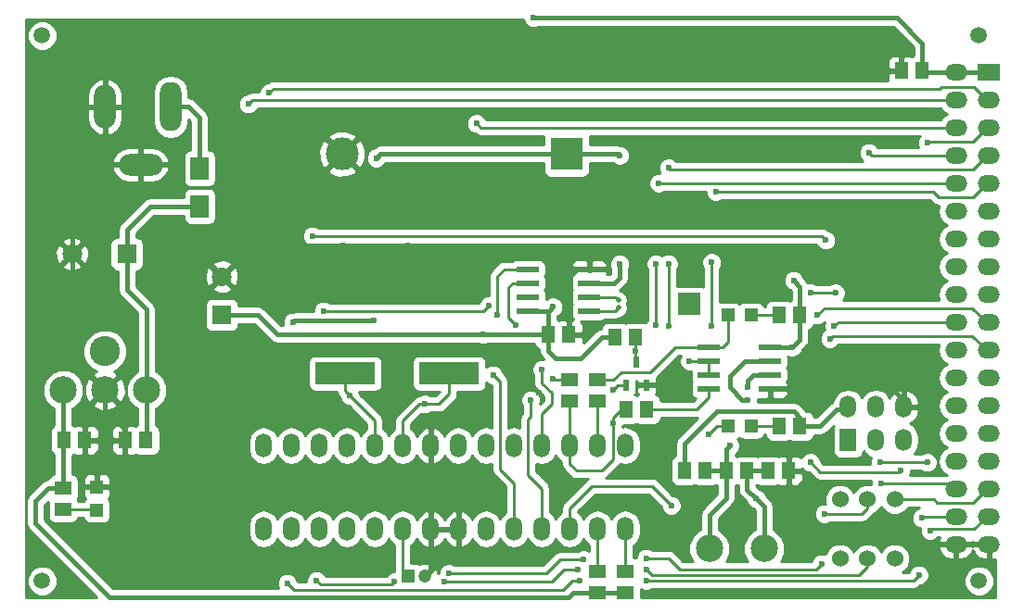
<source format=gbr>
G04 #@! TF.FileFunction,Copper,L1,Top,Signal*
%FSLAX46Y46*%
G04 Gerber Fmt 4.6, Leading zero omitted, Abs format (unit mm)*
G04 Created by KiCad (PCBNEW 4.0.6) date 06/21/17 16:43:10*
%MOMM*%
%LPD*%
G01*
G04 APERTURE LIST*
%ADD10C,0.100000*%
%ADD11C,1.501140*%
%ADD12C,2.999740*%
%ADD13R,2.997200X2.997200*%
%ADD14R,1.800000X1.800000*%
%ADD15C,1.800000*%
%ADD16R,1.200000X1.200000*%
%ADD17C,1.200000*%
%ADD18R,1.300480X1.498600*%
%ADD19R,1.699260X2.100580*%
%ADD20R,1.198880X1.198880*%
%ADD21O,4.000500X1.998980*%
%ADD22O,1.998980X4.000500*%
%ADD23O,1.998980X4.500880*%
%ADD24C,2.500000*%
%ADD25R,1.524000X1.998980*%
%ADD26O,1.524000X1.998980*%
%ADD27R,0.599440X1.000760*%
%ADD28R,1.498600X1.300480*%
%ADD29C,2.499360*%
%ADD30C,2.748280*%
%ADD31O,1.501140X2.199640*%
%ADD32R,1.998980X0.599440*%
%ADD33C,1.524000*%
%ADD34R,5.499100X1.998980*%
%ADD35O,0.500000X0.500000*%
%ADD36R,2.000000X2.000000*%
%ADD37R,1.998980X1.524000*%
%ADD38O,1.998980X1.524000*%
%ADD39C,0.600000*%
%ADD40C,0.400000*%
%ADD41C,0.250000*%
%ADD42C,0.254000*%
G04 APERTURE END LIST*
D10*
D11*
X22200000Y-72050000D03*
D12*
X49580800Y-33020000D03*
D13*
X70078600Y-33020000D03*
D14*
X29932000Y-42164000D03*
D15*
X24932000Y-42164000D03*
D16*
X55638000Y-71628000D03*
D17*
X57138000Y-71628000D03*
D18*
X31686500Y-59182000D03*
X29781500Y-59182000D03*
X24193500Y-59182000D03*
X26098500Y-59182000D03*
D14*
X38608000Y-47724000D03*
D15*
X38608000Y-44224000D03*
D18*
X68389500Y-49530000D03*
X70294500Y-49530000D03*
X102552500Y-25400000D03*
X100647500Y-25400000D03*
D19*
X36576000Y-37797740D03*
X36576000Y-34338260D03*
D20*
X27178000Y-65565020D03*
X27178000Y-63466980D03*
X86901020Y-57912000D03*
X84802980Y-57912000D03*
X86901020Y-47752000D03*
X84802980Y-47752000D03*
D21*
X31186120Y-34002980D03*
D22*
X27934920Y-28702000D03*
D23*
X33936940Y-28702000D03*
D24*
X83098000Y-69088000D03*
X88098000Y-69088000D03*
D25*
X95758000Y-59176920D03*
D26*
X95758000Y-56139080D03*
X98298000Y-59176920D03*
X98298000Y-56139080D03*
X100838000Y-59176920D03*
X100838000Y-56139080D03*
D27*
X75501500Y-54142640D03*
X76454000Y-52029360D03*
X77406500Y-54142640D03*
D28*
X24130000Y-65468500D03*
X24130000Y-63563500D03*
X70358000Y-53657500D03*
X70358000Y-55562500D03*
D18*
X76390500Y-49784000D03*
X74485500Y-49784000D03*
D28*
X72898000Y-53657500D03*
X72898000Y-55562500D03*
D18*
X75501500Y-56388000D03*
X77406500Y-56388000D03*
X89471500Y-57912000D03*
X91376500Y-57912000D03*
X89471500Y-47752000D03*
X91376500Y-47752000D03*
X82740500Y-61976000D03*
X80835500Y-61976000D03*
X86550500Y-61976000D03*
X84645500Y-61976000D03*
X90360500Y-61976000D03*
X88455500Y-61976000D03*
D29*
X31750000Y-54610000D03*
X27940000Y-54610000D03*
X24130000Y-54610000D03*
D30*
X27940000Y-51061620D03*
D31*
X75438000Y-59690000D03*
X72898000Y-59690000D03*
X70358000Y-59690000D03*
X67818000Y-59690000D03*
X65278000Y-59690000D03*
X62738000Y-59690000D03*
X60198000Y-59690000D03*
X57658000Y-59690000D03*
X55118000Y-59690000D03*
X52578000Y-59690000D03*
X50038000Y-59690000D03*
X47498000Y-59690000D03*
X44958000Y-59690000D03*
X42418000Y-59690000D03*
X42418000Y-67310000D03*
X44958000Y-67310000D03*
X47498000Y-67310000D03*
X50038000Y-67310000D03*
X52578000Y-67310000D03*
X55118000Y-67310000D03*
X57658000Y-67310000D03*
X60198000Y-67310000D03*
X62738000Y-67310000D03*
X65278000Y-67310000D03*
X67818000Y-67310000D03*
X70358000Y-67310000D03*
X72898000Y-67310000D03*
X75438000Y-67310000D03*
D32*
X72136000Y-47371000D03*
X72136000Y-46101000D03*
X72136000Y-44831000D03*
X72136000Y-43561000D03*
X66548000Y-43561000D03*
X66548000Y-44831000D03*
X66548000Y-46101000D03*
X66548000Y-47371000D03*
D33*
X95036000Y-64610000D03*
X97536000Y-64610000D03*
X100036000Y-64610000D03*
X95036000Y-70010000D03*
X97536000Y-70010000D03*
X100036000Y-70010000D03*
D32*
X83058000Y-50673000D03*
X83058000Y-51943000D03*
X83058000Y-53213000D03*
X83058000Y-54483000D03*
X88646000Y-54483000D03*
X88646000Y-53213000D03*
X88646000Y-51943000D03*
X88646000Y-50673000D03*
D34*
X59359800Y-53086000D03*
X49860200Y-53086000D03*
D35*
X74808000Y-47086000D03*
X74808000Y-46386000D03*
D36*
X81278000Y-46736000D03*
D11*
X22200000Y-22200000D03*
X107720000Y-22200000D03*
X107720000Y-72050000D03*
D28*
X72898000Y-71183500D03*
X72898000Y-73088500D03*
X75438000Y-71183500D03*
X75438000Y-73088500D03*
D37*
X108648920Y-25535000D03*
D38*
X105611080Y-25535000D03*
X108648920Y-28075000D03*
X105611080Y-28075000D03*
X108648920Y-30615000D03*
X105611080Y-30615000D03*
X108648920Y-33155000D03*
X105611080Y-33155000D03*
X108648920Y-35695000D03*
X105611080Y-35695000D03*
X108648920Y-38235000D03*
X105611080Y-38235000D03*
X108648920Y-40775000D03*
X105611080Y-40775000D03*
X108648920Y-43315000D03*
X105611080Y-43315000D03*
X108648920Y-45855000D03*
X105611080Y-45855000D03*
X108648920Y-48395000D03*
X105611080Y-48395000D03*
X108648920Y-50935000D03*
X105611080Y-50935000D03*
X108648920Y-53475000D03*
X105611080Y-53475000D03*
X108648920Y-56015000D03*
X105611080Y-56015000D03*
X108648920Y-58555000D03*
X105611080Y-58555000D03*
X108648920Y-61095000D03*
X105611080Y-61095000D03*
X108648920Y-63635000D03*
X105611080Y-63635000D03*
X108648920Y-66175000D03*
X105611080Y-66175000D03*
X108648920Y-68715000D03*
X105611080Y-68715000D03*
D39*
X97409000Y-67691000D03*
X68961000Y-61849000D03*
X78359000Y-67310000D03*
X66421000Y-69723000D03*
X85725000Y-67564000D03*
X90932000Y-59944000D03*
X67564000Y-54864000D03*
X88519000Y-55626000D03*
X61341000Y-50927000D03*
X79375000Y-54102000D03*
X49657000Y-41402000D03*
X49657000Y-21844000D03*
X55626000Y-41402000D03*
X74930000Y-43053000D03*
X74930000Y-33147000D03*
X45085000Y-48387000D03*
X52451000Y-48260000D03*
X52705000Y-33401000D03*
X90805000Y-44577000D03*
X90678000Y-50673000D03*
X67056000Y-20574000D03*
X68834000Y-46990000D03*
X62484000Y-49530000D03*
X57150000Y-55880000D03*
X50292000Y-55118000D03*
X74295000Y-57658000D03*
X83058000Y-58674000D03*
X86614000Y-54356000D03*
X84963000Y-59690000D03*
X86614000Y-55499000D03*
X87376000Y-64516000D03*
X98679000Y-61214000D03*
X102997000Y-61214000D03*
X103251000Y-67437000D03*
X100584000Y-61976000D03*
X92329000Y-61214000D03*
X42926000Y-27432000D03*
X41021000Y-28448000D03*
X102997000Y-32004000D03*
X61849000Y-30226000D03*
X63373000Y-53213000D03*
X79375000Y-43053000D03*
X79375000Y-34290000D03*
X79375000Y-48768000D03*
X66802000Y-55499000D03*
X97663000Y-32893000D03*
X79629000Y-65151000D03*
X83312000Y-42926000D03*
X83693000Y-36449000D03*
X83312000Y-48768000D03*
X67818000Y-52705000D03*
X78232000Y-43053000D03*
X78486000Y-35687000D03*
X78232000Y-48641000D03*
X92964000Y-47752000D03*
X94488000Y-48768000D03*
X94615000Y-45720000D03*
X92329000Y-45720000D03*
X62992000Y-46863000D03*
X47879000Y-47371000D03*
X46863000Y-40513000D03*
X93726000Y-40894000D03*
X94107000Y-49911000D03*
X98806000Y-63119000D03*
X102489000Y-66294000D03*
X102235000Y-71501000D03*
X77343000Y-72009000D03*
X71247000Y-72009000D03*
X44577000Y-72263000D03*
X68834000Y-53594000D03*
X74295000Y-54610000D03*
X76390500Y-51054000D03*
X81280000Y-51943000D03*
X77343000Y-70993000D03*
X71120000Y-70993000D03*
X58928000Y-72136000D03*
X54356000Y-72136000D03*
X47244000Y-72009000D03*
X59309000Y-71374000D03*
X71628000Y-70104000D03*
X77343000Y-69977000D03*
X93599000Y-65913000D03*
X93345000Y-70485000D03*
X63754000Y-47752000D03*
X65405000Y-48641000D03*
D40*
X97409000Y-67691000D02*
X92964000Y-67691000D01*
X60198000Y-68961000D02*
X60960000Y-69723000D01*
X66421000Y-69723000D02*
X60960000Y-69723000D01*
X60198000Y-67310000D02*
X60198000Y-68961000D01*
X90360500Y-61976000D02*
X90360500Y-60515500D01*
X90360500Y-60515500D02*
X90932000Y-59944000D01*
X105860000Y-68715000D02*
X102624000Y-68715000D01*
X90360500Y-65087500D02*
X90360500Y-61976000D01*
X92964000Y-67691000D02*
X90360500Y-65087500D01*
X101600000Y-67691000D02*
X97409000Y-67691000D01*
X102624000Y-68715000D02*
X101600000Y-67691000D01*
X108400000Y-68715000D02*
X105860000Y-68715000D01*
X63627000Y-50927000D02*
X61341000Y-50927000D01*
X67564000Y-54864000D02*
X63627000Y-50927000D01*
X88646000Y-55499000D02*
X88646000Y-54483000D01*
X88519000Y-55626000D02*
X88646000Y-55499000D01*
X100838000Y-56388000D02*
X100838000Y-55499000D01*
X100838000Y-55499000D02*
X98425000Y-53086000D01*
X90551000Y-54483000D02*
X88646000Y-54483000D01*
X91948000Y-53086000D02*
X90551000Y-54483000D01*
X98425000Y-53086000D02*
X91948000Y-53086000D01*
X79334360Y-54142640D02*
X77406500Y-54142640D01*
X79375000Y-54102000D02*
X79334360Y-54142640D01*
X49657000Y-41402000D02*
X49580800Y-41402000D01*
X100647500Y-25400000D02*
X98806000Y-25400000D01*
X95250000Y-21844000D02*
X49657000Y-21844000D01*
X98806000Y-25400000D02*
X95250000Y-21844000D01*
X49580800Y-41402000D02*
X49530000Y-41402000D01*
X72136000Y-43561000D02*
X72136000Y-42672000D01*
X72136000Y-42672000D02*
X70866000Y-41402000D01*
X70866000Y-41402000D02*
X55626000Y-41402000D01*
X41430000Y-41402000D02*
X38608000Y-44224000D01*
X55626000Y-41402000D02*
X49530000Y-41402000D01*
X49530000Y-41402000D02*
X41430000Y-41402000D01*
X70294500Y-49530000D02*
X70294500Y-44259500D01*
X70993000Y-43561000D02*
X72136000Y-43561000D01*
X70294500Y-44259500D02*
X70993000Y-43561000D01*
X60198000Y-67310000D02*
X57658000Y-67310000D01*
X57138000Y-71628000D02*
X57658000Y-71108000D01*
X57658000Y-71108000D02*
X57658000Y-67310000D01*
X27940000Y-54610000D02*
X27940000Y-56388000D01*
X29781500Y-58229500D02*
X29781500Y-59182000D01*
X27940000Y-56388000D02*
X29781500Y-58229500D01*
X27178000Y-63466980D02*
X27178000Y-61976000D01*
X26098500Y-60896500D02*
X26098500Y-59182000D01*
X27178000Y-61976000D02*
X26098500Y-60896500D01*
X29781500Y-59182000D02*
X26098500Y-59182000D01*
X27940000Y-54610000D02*
X24932000Y-51602000D01*
X24932000Y-51602000D02*
X24932000Y-42164000D01*
X31186120Y-34002980D02*
X27934920Y-34002980D01*
X27940000Y-34036000D02*
X27934920Y-34036000D01*
X27940000Y-34008060D02*
X27940000Y-34036000D01*
X27934920Y-34002980D02*
X27940000Y-34008060D01*
X27934920Y-28702000D02*
X27934920Y-34036000D01*
X27934920Y-34036000D02*
X27934920Y-36073080D01*
X24932000Y-39076000D02*
X24932000Y-42164000D01*
X27934920Y-36073080D02*
X24932000Y-39076000D01*
X72136000Y-44831000D02*
X74422000Y-44831000D01*
X74422000Y-44831000D02*
X74930000Y-44323000D01*
X74930000Y-44323000D02*
X74930000Y-43053000D01*
X70078600Y-33020000D02*
X74803000Y-33020000D01*
X74930000Y-44323000D02*
X74422000Y-44831000D01*
X74803000Y-33020000D02*
X74930000Y-33147000D01*
X70078600Y-33020000D02*
X53086000Y-33020000D01*
X45212000Y-48260000D02*
X45085000Y-48387000D01*
X52451000Y-48260000D02*
X45212000Y-48260000D01*
X53086000Y-33020000D02*
X52705000Y-33401000D01*
X31750000Y-54610000D02*
X31750000Y-59118500D01*
X31750000Y-59118500D02*
X31686500Y-59182000D01*
X31750000Y-54610000D02*
X31750000Y-47244000D01*
X29932000Y-45426000D02*
X29932000Y-42164000D01*
X31750000Y-47244000D02*
X29932000Y-45426000D01*
X36576000Y-37797740D02*
X32052260Y-37797740D01*
X29932000Y-39918000D02*
X29932000Y-42164000D01*
X32052260Y-37797740D02*
X29932000Y-39918000D01*
D41*
X55638000Y-71628000D02*
X55118000Y-71108000D01*
X55118000Y-71108000D02*
X55118000Y-67310000D01*
D40*
X91376500Y-45148500D02*
X91376500Y-47752000D01*
X90805000Y-44577000D02*
X91376500Y-45148500D01*
X80835500Y-61976000D02*
X80835500Y-59499500D01*
X91376500Y-57086500D02*
X91376500Y-57912000D01*
X90805000Y-56515000D02*
X91376500Y-57086500D01*
X83820000Y-56515000D02*
X90805000Y-56515000D01*
X80835500Y-59499500D02*
X83820000Y-56515000D01*
X95758000Y-56388000D02*
X94742000Y-56388000D01*
X93218000Y-57912000D02*
X91376500Y-57912000D01*
X94742000Y-56388000D02*
X93218000Y-57912000D01*
X72898000Y-73088500D02*
X70675500Y-73088500D01*
X28321000Y-73533000D02*
X21590000Y-66802000D01*
X70231000Y-73533000D02*
X28321000Y-73533000D01*
X70675500Y-73088500D02*
X70231000Y-73533000D01*
X91376500Y-47752000D02*
X91376500Y-49974500D01*
X91376500Y-49974500D02*
X90678000Y-50673000D01*
X90678000Y-50673000D02*
X88646000Y-50673000D01*
X74485500Y-49784000D02*
X73279000Y-49784000D01*
X68389500Y-50990500D02*
X68389500Y-49530000D01*
X69088000Y-51689000D02*
X68389500Y-50990500D01*
X71374000Y-51689000D02*
X69088000Y-51689000D01*
X73279000Y-49784000D02*
X71374000Y-51689000D01*
X67056000Y-20574000D02*
X100203000Y-20574000D01*
X102552500Y-22923500D02*
X102552500Y-25400000D01*
X100203000Y-20574000D02*
X102552500Y-22923500D01*
X68453000Y-47371000D02*
X66548000Y-47371000D01*
X68834000Y-46990000D02*
X68453000Y-47371000D01*
X105860000Y-25535000D02*
X102687500Y-25535000D01*
X102687500Y-25535000D02*
X102552500Y-25400000D01*
X108400000Y-25535000D02*
X105860000Y-25535000D01*
X66548000Y-47371000D02*
X68199000Y-47371000D01*
X68199000Y-47371000D02*
X68389500Y-47561500D01*
X68389500Y-47561500D02*
X68389500Y-49530000D01*
X68389500Y-49530000D02*
X62484000Y-49530000D01*
X62484000Y-49530000D02*
X43688000Y-49530000D01*
X43688000Y-49530000D02*
X41882000Y-47724000D01*
X41882000Y-47724000D02*
X38608000Y-47724000D01*
X22796500Y-63563500D02*
X24130000Y-63563500D01*
X21590000Y-66802000D02*
X21590000Y-64770000D01*
X21590000Y-64770000D02*
X22796500Y-63563500D01*
X75438000Y-73088500D02*
X72898000Y-73088500D01*
X24130000Y-54610000D02*
X24130000Y-59118500D01*
X24130000Y-59118500D02*
X24193500Y-59182000D01*
X24130000Y-63563500D02*
X24130000Y-59245500D01*
X24130000Y-59245500D02*
X24193500Y-59182000D01*
D41*
X59359800Y-53086000D02*
X59359800Y-54940200D01*
X55118000Y-57404000D02*
X55118000Y-59690000D01*
X56642000Y-55880000D02*
X55118000Y-57404000D01*
X58420000Y-55880000D02*
X57150000Y-55880000D01*
X57150000Y-55880000D02*
X56642000Y-55880000D01*
X59359800Y-54940200D02*
X58420000Y-55880000D01*
X49860200Y-53086000D02*
X49860200Y-54686200D01*
X52578000Y-57404000D02*
X52578000Y-59690000D01*
X49860200Y-54686200D02*
X50292000Y-55118000D01*
X50292000Y-55118000D02*
X52578000Y-57404000D01*
X72136000Y-47371000D02*
X74523000Y-47371000D01*
X74523000Y-47371000D02*
X74808000Y-47086000D01*
X72136000Y-46101000D02*
X74523000Y-46101000D01*
X74523000Y-46101000D02*
X74808000Y-46386000D01*
D40*
X33936940Y-28702000D02*
X35560000Y-28702000D01*
X36576000Y-29718000D02*
X36576000Y-34338260D01*
X35560000Y-28702000D02*
X36576000Y-29718000D01*
D41*
X24130000Y-65468500D02*
X27081480Y-65468500D01*
X27081480Y-65468500D02*
X27178000Y-65565020D01*
X89471500Y-57912000D02*
X86901020Y-57912000D01*
X84802980Y-57912000D02*
X83820000Y-57912000D01*
X83820000Y-57912000D02*
X83058000Y-58674000D01*
X75501500Y-56388000D02*
X75057000Y-56388000D01*
X75057000Y-56388000D02*
X74295000Y-57150000D01*
X74295000Y-57150000D02*
X74295000Y-57658000D01*
X74295000Y-57658000D02*
X74295000Y-60960000D01*
X74295000Y-60960000D02*
X73279000Y-61976000D01*
X73279000Y-61976000D02*
X70993000Y-61976000D01*
X70993000Y-61976000D02*
X70358000Y-61341000D01*
X70358000Y-61341000D02*
X70358000Y-59690000D01*
X70358000Y-59690000D02*
X70358000Y-55562500D01*
X89471500Y-47752000D02*
X86901020Y-47752000D01*
X83058000Y-50673000D02*
X80010000Y-50673000D01*
X74358500Y-53657500D02*
X72898000Y-53657500D01*
X75057000Y-52959000D02*
X74358500Y-53657500D01*
X77724000Y-52959000D02*
X75057000Y-52959000D01*
X80010000Y-50673000D02*
X77724000Y-52959000D01*
X83058000Y-50673000D02*
X84328000Y-50673000D01*
X84802980Y-50198020D02*
X84802980Y-47752000D01*
X84328000Y-50673000D02*
X84802980Y-50198020D01*
D40*
X84645500Y-61976000D02*
X84645500Y-60007500D01*
X87122000Y-53213000D02*
X88646000Y-53213000D01*
X86614000Y-53721000D02*
X87122000Y-53213000D01*
X86614000Y-54356000D02*
X86614000Y-53721000D01*
X84645500Y-60007500D02*
X84963000Y-59690000D01*
X83098000Y-69088000D02*
X83098000Y-66000000D01*
X84645500Y-64452500D02*
X84645500Y-61976000D01*
X83098000Y-66000000D02*
X84645500Y-64452500D01*
X84645500Y-61976000D02*
X82740500Y-61976000D01*
X84963000Y-54356000D02*
X86106000Y-55499000D01*
X86106000Y-55499000D02*
X86614000Y-55499000D01*
X88646000Y-51943000D02*
X86360000Y-51943000D01*
X84963000Y-53340000D02*
X84963000Y-54356000D01*
X86360000Y-51943000D02*
X84963000Y-53340000D01*
X88098000Y-69088000D02*
X88098000Y-65238000D01*
X86550500Y-63690500D02*
X86550500Y-61976000D01*
X88098000Y-65238000D02*
X87376000Y-64516000D01*
X87376000Y-64516000D02*
X86550500Y-63690500D01*
X88455500Y-61976000D02*
X86550500Y-61976000D01*
D41*
X102997000Y-61214000D02*
X98679000Y-61214000D01*
X107265000Y-67310000D02*
X108400000Y-66175000D01*
X103378000Y-67310000D02*
X107265000Y-67310000D01*
X103251000Y-67437000D02*
X103378000Y-67310000D01*
X100457000Y-62103000D02*
X100584000Y-61976000D01*
X93218000Y-62103000D02*
X100457000Y-62103000D01*
X92329000Y-61214000D02*
X93218000Y-62103000D01*
X107249000Y-26924000D02*
X108400000Y-28075000D01*
X104267000Y-26924000D02*
X107249000Y-26924000D01*
X104140000Y-27051000D02*
X104267000Y-26924000D01*
X43307000Y-27051000D02*
X104140000Y-27051000D01*
X42926000Y-27432000D02*
X43307000Y-27051000D01*
X105860000Y-28075000D02*
X41394000Y-28075000D01*
X41394000Y-28075000D02*
X41021000Y-28448000D01*
X107138000Y-31877000D02*
X108400000Y-30615000D01*
X103124000Y-31877000D02*
X107138000Y-31877000D01*
X102997000Y-32004000D02*
X103124000Y-31877000D01*
X65278000Y-67310000D02*
X65278000Y-63119000D01*
X62238000Y-30615000D02*
X105860000Y-30615000D01*
X61849000Y-30226000D02*
X62238000Y-30615000D01*
X64008000Y-53848000D02*
X63373000Y-53213000D01*
X64008000Y-61849000D02*
X64008000Y-53848000D01*
X65278000Y-63119000D02*
X64008000Y-61849000D01*
X79375000Y-48768000D02*
X79375000Y-43053000D01*
X108400000Y-33155000D02*
X107138000Y-34417000D01*
X107138000Y-34417000D02*
X79375000Y-34417000D01*
X67818000Y-67310000D02*
X67818000Y-63627000D01*
X66802000Y-57023000D02*
X66802000Y-55499000D01*
X66548000Y-57277000D02*
X66802000Y-57023000D01*
X66548000Y-62357000D02*
X66548000Y-57277000D01*
X67818000Y-63627000D02*
X66548000Y-62357000D01*
X70358000Y-67310000D02*
X70358000Y-65405000D01*
X97925000Y-33155000D02*
X105860000Y-33155000D01*
X97663000Y-32893000D02*
X97925000Y-33155000D01*
X77851000Y-63373000D02*
X79629000Y-65151000D01*
X72390000Y-63373000D02*
X77851000Y-63373000D01*
X70358000Y-65405000D02*
X72390000Y-63373000D01*
X83312000Y-48768000D02*
X83312000Y-42926000D01*
X67818000Y-59690000D02*
X67818000Y-56769000D01*
X107138000Y-36957000D02*
X108400000Y-35695000D01*
X104013000Y-36957000D02*
X107138000Y-36957000D01*
X103505000Y-36449000D02*
X104013000Y-36957000D01*
X83693000Y-36449000D02*
X103505000Y-36449000D01*
X67818000Y-53975000D02*
X67818000Y-52705000D01*
X68707000Y-54864000D02*
X67818000Y-53975000D01*
X68707000Y-55880000D02*
X68707000Y-54864000D01*
X67818000Y-56769000D02*
X68707000Y-55880000D01*
X78232000Y-48641000D02*
X78232000Y-43053000D01*
X78486000Y-35687000D02*
X105852000Y-35687000D01*
X105852000Y-35687000D02*
X105860000Y-35695000D01*
X107122000Y-47117000D02*
X108400000Y-48395000D01*
X93599000Y-47117000D02*
X107122000Y-47117000D01*
X92964000Y-47752000D02*
X93599000Y-47117000D01*
X94861000Y-48395000D02*
X105860000Y-48395000D01*
X94488000Y-48768000D02*
X94861000Y-48395000D01*
X92329000Y-45720000D02*
X94615000Y-45720000D01*
X62484000Y-47371000D02*
X62992000Y-46863000D01*
X47879000Y-47371000D02*
X62484000Y-47371000D01*
X46863000Y-40513000D02*
X93345000Y-40513000D01*
X93345000Y-40513000D02*
X93726000Y-40894000D01*
X94107000Y-49911000D02*
X94361000Y-49657000D01*
X94361000Y-49657000D02*
X107122000Y-49657000D01*
X107122000Y-49657000D02*
X108400000Y-50935000D01*
X100036000Y-64610000D02*
X103599000Y-64610000D01*
X107138000Y-64897000D02*
X108400000Y-63635000D01*
X103886000Y-64897000D02*
X107138000Y-64897000D01*
X103599000Y-64610000D02*
X103886000Y-64897000D01*
X98806000Y-63119000D02*
X105344000Y-63119000D01*
X105344000Y-63119000D02*
X105860000Y-63635000D01*
X102608000Y-66175000D02*
X105860000Y-66175000D01*
X102489000Y-66294000D02*
X102608000Y-66175000D01*
X101727000Y-72009000D02*
X102235000Y-71501000D01*
X77343000Y-72009000D02*
X101727000Y-72009000D01*
X70612000Y-72009000D02*
X71247000Y-72009000D01*
X69713002Y-72907998D02*
X70612000Y-72009000D01*
X45221998Y-72907998D02*
X69713002Y-72907998D01*
X44577000Y-72263000D02*
X45221998Y-72907998D01*
X75501500Y-54142640D02*
X74762360Y-54142640D01*
X68897500Y-53657500D02*
X70358000Y-53657500D01*
X68834000Y-53594000D02*
X68897500Y-53657500D01*
X74762360Y-54142640D02*
X74295000Y-54610000D01*
X83058000Y-51943000D02*
X81280000Y-51943000D01*
X83058000Y-53213000D02*
X83058000Y-51943000D01*
X76390500Y-49784000D02*
X76390500Y-51054000D01*
X76390500Y-51054000D02*
X76390500Y-51965860D01*
X76390500Y-51965860D02*
X76454000Y-52029360D01*
X72898000Y-59690000D02*
X72898000Y-55562500D01*
X77406500Y-56388000D02*
X81915000Y-56388000D01*
X83058000Y-55245000D02*
X83058000Y-54483000D01*
X81915000Y-56388000D02*
X83058000Y-55245000D01*
X96774000Y-71501000D02*
X97536000Y-70739000D01*
X77851000Y-71501000D02*
X96774000Y-71501000D01*
X77343000Y-70993000D02*
X77851000Y-71501000D01*
X69850000Y-70993000D02*
X71120000Y-70993000D01*
X68707000Y-72136000D02*
X69850000Y-70993000D01*
X58928000Y-72136000D02*
X68707000Y-72136000D01*
X54102000Y-72390000D02*
X54356000Y-72136000D01*
X47625000Y-72390000D02*
X54102000Y-72390000D01*
X47244000Y-72009000D02*
X47625000Y-72390000D01*
X97536000Y-70739000D02*
X97536000Y-70010000D01*
X79883000Y-70485000D02*
X80391000Y-70993000D01*
X59309000Y-71374000D02*
X68199000Y-71374000D01*
X68199000Y-71374000D02*
X69469000Y-70104000D01*
X69469000Y-70104000D02*
X71628000Y-70104000D01*
X77343000Y-69977000D02*
X79375000Y-69977000D01*
X79375000Y-69977000D02*
X79883000Y-70485000D01*
X97536000Y-65405000D02*
X97536000Y-64610000D01*
X97028000Y-65913000D02*
X97536000Y-65405000D01*
X93599000Y-65913000D02*
X97028000Y-65913000D01*
X92837000Y-70993000D02*
X93345000Y-70485000D01*
X80391000Y-70993000D02*
X92837000Y-70993000D01*
X66548000Y-43561000D02*
X64389000Y-43561000D01*
X63754000Y-44196000D02*
X63754000Y-47752000D01*
X64389000Y-43561000D02*
X63754000Y-44196000D01*
X72898000Y-67310000D02*
X72898000Y-71183500D01*
X65405000Y-48641000D02*
X64770000Y-48006000D01*
X66548000Y-44831000D02*
X65151000Y-44831000D01*
X64770000Y-45212000D02*
X64770000Y-48006000D01*
X65151000Y-44831000D02*
X64770000Y-45212000D01*
X75438000Y-67310000D02*
X75438000Y-71183500D01*
D42*
G36*
X66120838Y-20759167D02*
X66262883Y-21102943D01*
X66525673Y-21366192D01*
X66869201Y-21508838D01*
X67241167Y-21509162D01*
X67483578Y-21409000D01*
X99857132Y-21409000D01*
X101717500Y-23269368D01*
X101717500Y-24038025D01*
X101666943Y-24047538D01*
X101601922Y-24089378D01*
X101424049Y-24015700D01*
X100933250Y-24015700D01*
X100774500Y-24174450D01*
X100774500Y-25273000D01*
X100794500Y-25273000D01*
X100794500Y-25527000D01*
X100774500Y-25527000D01*
X100774500Y-25547000D01*
X100520500Y-25547000D01*
X100520500Y-25527000D01*
X99521010Y-25527000D01*
X99362260Y-25685750D01*
X99362260Y-26275610D01*
X99368635Y-26291000D01*
X43307000Y-26291000D01*
X43016160Y-26348852D01*
X42794613Y-26496885D01*
X42740833Y-26496838D01*
X42397057Y-26638883D01*
X42133808Y-26901673D01*
X41991162Y-27245201D01*
X41991101Y-27315000D01*
X41394000Y-27315000D01*
X41103161Y-27372852D01*
X40893581Y-27512888D01*
X40835833Y-27512838D01*
X40492057Y-27654883D01*
X40228808Y-27917673D01*
X40086162Y-28261201D01*
X40085838Y-28633167D01*
X40227883Y-28976943D01*
X40490673Y-29240192D01*
X40834201Y-29382838D01*
X41206167Y-29383162D01*
X41549943Y-29241117D01*
X41813192Y-28978327D01*
X41872707Y-28835000D01*
X104201510Y-28835000D01*
X104353740Y-29062828D01*
X104776039Y-29345000D01*
X104353740Y-29627172D01*
X104201510Y-29855000D01*
X62707378Y-29855000D01*
X62642117Y-29697057D01*
X62379327Y-29433808D01*
X62035799Y-29291162D01*
X61663833Y-29290838D01*
X61320057Y-29432883D01*
X61056808Y-29695673D01*
X60914162Y-30039201D01*
X60913838Y-30411167D01*
X61055883Y-30754943D01*
X61318673Y-31018192D01*
X61662201Y-31160838D01*
X61713293Y-31160883D01*
X61947161Y-31317148D01*
X62238000Y-31375000D01*
X67962207Y-31375000D01*
X67932560Y-31521400D01*
X67932560Y-32185000D01*
X53086000Y-32185000D01*
X52766459Y-32248561D01*
X52593607Y-32364057D01*
X52495566Y-32429566D01*
X52416667Y-32508465D01*
X52176057Y-32607883D01*
X51912808Y-32870673D01*
X51770162Y-33214201D01*
X51769838Y-33586167D01*
X51911883Y-33929943D01*
X52174673Y-34193192D01*
X52518201Y-34335838D01*
X52890167Y-34336162D01*
X53233943Y-34194117D01*
X53497192Y-33931327D01*
X53528886Y-33855000D01*
X67932560Y-33855000D01*
X67932560Y-34518600D01*
X67976838Y-34753917D01*
X68115910Y-34970041D01*
X68328110Y-35115031D01*
X68580000Y-35166040D01*
X71577200Y-35166040D01*
X71812517Y-35121762D01*
X72028641Y-34982690D01*
X72173631Y-34770490D01*
X72224640Y-34518600D01*
X72224640Y-33855000D01*
X74315628Y-33855000D01*
X74399673Y-33939192D01*
X74743201Y-34081838D01*
X75115167Y-34082162D01*
X75458943Y-33940117D01*
X75722192Y-33677327D01*
X75864838Y-33333799D01*
X75865162Y-32961833D01*
X75723117Y-32618057D01*
X75460327Y-32354808D01*
X75116799Y-32212162D01*
X74938772Y-32212007D01*
X74803000Y-32185000D01*
X72224640Y-32185000D01*
X72224640Y-31521400D01*
X72197093Y-31375000D01*
X102303653Y-31375000D01*
X102204808Y-31473673D01*
X102062162Y-31817201D01*
X102061838Y-32189167D01*
X102146886Y-32395000D01*
X98468902Y-32395000D01*
X98456117Y-32364057D01*
X98193327Y-32100808D01*
X97849799Y-31958162D01*
X97477833Y-31957838D01*
X97134057Y-32099883D01*
X96870808Y-32362673D01*
X96728162Y-32706201D01*
X96727838Y-33078167D01*
X96869883Y-33421943D01*
X97104530Y-33657000D01*
X80064241Y-33657000D01*
X79905327Y-33497808D01*
X79561799Y-33355162D01*
X79189833Y-33354838D01*
X78846057Y-33496883D01*
X78582808Y-33759673D01*
X78440162Y-34103201D01*
X78439838Y-34475167D01*
X78554247Y-34752059D01*
X78300833Y-34751838D01*
X77957057Y-34893883D01*
X77693808Y-35156673D01*
X77551162Y-35500201D01*
X77550838Y-35872167D01*
X77692883Y-36215943D01*
X77955673Y-36479192D01*
X78299201Y-36621838D01*
X78671167Y-36622162D01*
X79014943Y-36480117D01*
X79048118Y-36447000D01*
X82758001Y-36447000D01*
X82757838Y-36634167D01*
X82899883Y-36977943D01*
X83162673Y-37241192D01*
X83506201Y-37383838D01*
X83878167Y-37384162D01*
X84221943Y-37242117D01*
X84255118Y-37209000D01*
X103190198Y-37209000D01*
X103475599Y-37494401D01*
X103722161Y-37659148D01*
X104013000Y-37717000D01*
X104047604Y-37717000D01*
X103944568Y-38235000D01*
X104050908Y-38769609D01*
X104353740Y-39222828D01*
X104776039Y-39505000D01*
X104353740Y-39787172D01*
X104050908Y-40240391D01*
X103944568Y-40775000D01*
X104050908Y-41309609D01*
X104353740Y-41762828D01*
X104776039Y-42045000D01*
X104353740Y-42327172D01*
X104050908Y-42780391D01*
X103944568Y-43315000D01*
X104050908Y-43849609D01*
X104353740Y-44302828D01*
X104776039Y-44585000D01*
X104353740Y-44867172D01*
X104050908Y-45320391D01*
X103944568Y-45855000D01*
X104044422Y-46357000D01*
X95300333Y-46357000D01*
X95407192Y-46250327D01*
X95549838Y-45906799D01*
X95550162Y-45534833D01*
X95408117Y-45191057D01*
X95145327Y-44927808D01*
X94801799Y-44785162D01*
X94429833Y-44784838D01*
X94086057Y-44926883D01*
X94052882Y-44960000D01*
X92891463Y-44960000D01*
X92859327Y-44927808D01*
X92515799Y-44785162D01*
X92143833Y-44784838D01*
X92123948Y-44793054D01*
X91966934Y-44558066D01*
X91697535Y-44288667D01*
X91598117Y-44048057D01*
X91335327Y-43784808D01*
X90991799Y-43642162D01*
X90619833Y-43641838D01*
X90276057Y-43783883D01*
X90012808Y-44046673D01*
X89870162Y-44390201D01*
X89869838Y-44762167D01*
X90011883Y-45105943D01*
X90274673Y-45369192D01*
X90516910Y-45469778D01*
X90541500Y-45494368D01*
X90541500Y-46390025D01*
X90490943Y-46399538D01*
X90425454Y-46441679D01*
X90373630Y-46406269D01*
X90121740Y-46355260D01*
X88821260Y-46355260D01*
X88585943Y-46399538D01*
X88369819Y-46538610D01*
X88224829Y-46750810D01*
X88175987Y-46992000D01*
X88117689Y-46992000D01*
X88103622Y-46917243D01*
X87964550Y-46701119D01*
X87752350Y-46556129D01*
X87500460Y-46505120D01*
X86301580Y-46505120D01*
X86066263Y-46549398D01*
X85850139Y-46688470D01*
X85849457Y-46689467D01*
X85654310Y-46556129D01*
X85402420Y-46505120D01*
X84203540Y-46505120D01*
X84072000Y-46529871D01*
X84072000Y-43488463D01*
X84104192Y-43456327D01*
X84246838Y-43112799D01*
X84247162Y-42740833D01*
X84105117Y-42397057D01*
X83842327Y-42133808D01*
X83498799Y-41991162D01*
X83126833Y-41990838D01*
X82783057Y-42132883D01*
X82519808Y-42395673D01*
X82377162Y-42739201D01*
X82376838Y-43111167D01*
X82518883Y-43454943D01*
X82552000Y-43488118D01*
X82552000Y-45154676D01*
X82529890Y-45139569D01*
X82278000Y-45088560D01*
X80278000Y-45088560D01*
X80135000Y-45115467D01*
X80135000Y-43615463D01*
X80167192Y-43583327D01*
X80309838Y-43239799D01*
X80310162Y-42867833D01*
X80168117Y-42524057D01*
X79905327Y-42260808D01*
X79561799Y-42118162D01*
X79189833Y-42117838D01*
X78846057Y-42259883D01*
X78803656Y-42302210D01*
X78762327Y-42260808D01*
X78418799Y-42118162D01*
X78046833Y-42117838D01*
X77703057Y-42259883D01*
X77439808Y-42522673D01*
X77297162Y-42866201D01*
X77296838Y-43238167D01*
X77438883Y-43581943D01*
X77472000Y-43615118D01*
X77472000Y-48078537D01*
X77439808Y-48110673D01*
X77301314Y-48444202D01*
X77292630Y-48438269D01*
X77040740Y-48387260D01*
X75740260Y-48387260D01*
X75504943Y-48431538D01*
X75439454Y-48473679D01*
X75387630Y-48438269D01*
X75135740Y-48387260D01*
X73835260Y-48387260D01*
X73599943Y-48431538D01*
X73383819Y-48570610D01*
X73238829Y-48782810D01*
X73202076Y-48964301D01*
X72959459Y-49012561D01*
X72755653Y-49148740D01*
X72688566Y-49193566D01*
X71579740Y-50302392D01*
X71579740Y-49815750D01*
X71420990Y-49657000D01*
X70421500Y-49657000D01*
X70421500Y-49677000D01*
X70167500Y-49677000D01*
X70167500Y-49657000D01*
X70147500Y-49657000D01*
X70147500Y-49403000D01*
X70167500Y-49403000D01*
X70167500Y-48304450D01*
X70421500Y-48304450D01*
X70421500Y-49403000D01*
X71420990Y-49403000D01*
X71579740Y-49244250D01*
X71579740Y-48654390D01*
X71483067Y-48421001D01*
X71380225Y-48318160D01*
X73135490Y-48318160D01*
X73370807Y-48273882D01*
X73586931Y-48134810D01*
X73589534Y-48131000D01*
X74523000Y-48131000D01*
X74813839Y-48073148D01*
X74997044Y-47950735D01*
X75146675Y-47920971D01*
X75433790Y-47729128D01*
X75625633Y-47442013D01*
X75693000Y-47103338D01*
X75693000Y-47068662D01*
X75626829Y-46736000D01*
X75693000Y-46403338D01*
X75693000Y-46368662D01*
X75625633Y-46029987D01*
X75433790Y-45742872D01*
X75146675Y-45551029D01*
X74997044Y-45521265D01*
X74930035Y-45476491D01*
X75012434Y-45421434D01*
X75520434Y-44913435D01*
X75655028Y-44712000D01*
X75701439Y-44642541D01*
X75765000Y-44323000D01*
X75765000Y-43480234D01*
X75864838Y-43239799D01*
X75865162Y-42867833D01*
X75723117Y-42524057D01*
X75460327Y-42260808D01*
X75116799Y-42118162D01*
X74744833Y-42117838D01*
X74401057Y-42259883D01*
X74137808Y-42522673D01*
X73995162Y-42866201D01*
X73994838Y-43238167D01*
X74095000Y-43480578D01*
X74095000Y-43977131D01*
X74076132Y-43996000D01*
X73766774Y-43996000D01*
X73770490Y-43987029D01*
X73770490Y-43846750D01*
X73611740Y-43688000D01*
X72263000Y-43688000D01*
X72263000Y-43708000D01*
X72009000Y-43708000D01*
X72009000Y-43688000D01*
X70660260Y-43688000D01*
X70501510Y-43846750D01*
X70501510Y-43987029D01*
X70591461Y-44204190D01*
X70540079Y-44279390D01*
X70489070Y-44531280D01*
X70489070Y-45130720D01*
X70533348Y-45366037D01*
X70597374Y-45465536D01*
X70540079Y-45549390D01*
X70489070Y-45801280D01*
X70489070Y-46400720D01*
X70533348Y-46636037D01*
X70597374Y-46735536D01*
X70540079Y-46819390D01*
X70489070Y-47071280D01*
X70489070Y-47670720D01*
X70533348Y-47906037D01*
X70672420Y-48122161D01*
X70706870Y-48145700D01*
X70580250Y-48145700D01*
X70421500Y-48304450D01*
X70167500Y-48304450D01*
X70008750Y-48145700D01*
X69517951Y-48145700D01*
X69341905Y-48218621D01*
X69291630Y-48184269D01*
X69224500Y-48170675D01*
X69224500Y-47840320D01*
X69362943Y-47783117D01*
X69626192Y-47520327D01*
X69768838Y-47176799D01*
X69769162Y-46804833D01*
X69627117Y-46461057D01*
X69364327Y-46197808D01*
X69020799Y-46055162D01*
X68648833Y-46054838D01*
X68305057Y-46196883D01*
X68194930Y-46306818D01*
X68194930Y-45801280D01*
X68150652Y-45565963D01*
X68086626Y-45466464D01*
X68143921Y-45382610D01*
X68194930Y-45130720D01*
X68194930Y-44531280D01*
X68150652Y-44295963D01*
X68086626Y-44196464D01*
X68143921Y-44112610D01*
X68194930Y-43860720D01*
X68194930Y-43261280D01*
X68171164Y-43134971D01*
X70501510Y-43134971D01*
X70501510Y-43275250D01*
X70660260Y-43434000D01*
X72009000Y-43434000D01*
X72009000Y-42785030D01*
X72263000Y-42785030D01*
X72263000Y-43434000D01*
X73611740Y-43434000D01*
X73770490Y-43275250D01*
X73770490Y-43134971D01*
X73673817Y-42901582D01*
X73495189Y-42722953D01*
X73261800Y-42626280D01*
X72421750Y-42626280D01*
X72263000Y-42785030D01*
X72009000Y-42785030D01*
X71850250Y-42626280D01*
X71010200Y-42626280D01*
X70776811Y-42722953D01*
X70598183Y-42901582D01*
X70501510Y-43134971D01*
X68171164Y-43134971D01*
X68150652Y-43025963D01*
X68011580Y-42809839D01*
X67799380Y-42664849D01*
X67547490Y-42613840D01*
X65548510Y-42613840D01*
X65313193Y-42658118D01*
X65097069Y-42797190D01*
X65094466Y-42801000D01*
X64389000Y-42801000D01*
X64098161Y-42858852D01*
X63851599Y-43023599D01*
X63216599Y-43658599D01*
X63051852Y-43905161D01*
X62994000Y-44196000D01*
X62994000Y-45928001D01*
X62806833Y-45927838D01*
X62463057Y-46069883D01*
X62199808Y-46332673D01*
X62084236Y-46611000D01*
X48441463Y-46611000D01*
X48409327Y-46578808D01*
X48065799Y-46436162D01*
X47693833Y-46435838D01*
X47350057Y-46577883D01*
X47086808Y-46840673D01*
X46944162Y-47184201D01*
X46943952Y-47425000D01*
X45212000Y-47425000D01*
X45076304Y-47451992D01*
X44899833Y-47451838D01*
X44556057Y-47593883D01*
X44292808Y-47856673D01*
X44150162Y-48200201D01*
X44149838Y-48572167D01*
X44200591Y-48695000D01*
X44033868Y-48695000D01*
X42472434Y-47133566D01*
X42428694Y-47104340D01*
X42201541Y-46952561D01*
X41882000Y-46889000D01*
X40155440Y-46889000D01*
X40155440Y-46824000D01*
X40111162Y-46588683D01*
X39972090Y-46372559D01*
X39759890Y-46227569D01*
X39508000Y-46176560D01*
X37708000Y-46176560D01*
X37472683Y-46220838D01*
X37256559Y-46359910D01*
X37111569Y-46572110D01*
X37060560Y-46824000D01*
X37060560Y-48624000D01*
X37104838Y-48859317D01*
X37243910Y-49075441D01*
X37456110Y-49220431D01*
X37708000Y-49271440D01*
X39508000Y-49271440D01*
X39743317Y-49227162D01*
X39959441Y-49088090D01*
X40104431Y-48875890D01*
X40155440Y-48624000D01*
X40155440Y-48559000D01*
X41536132Y-48559000D01*
X43097566Y-50120434D01*
X43368460Y-50301440D01*
X43688000Y-50365000D01*
X62056766Y-50365000D01*
X62297201Y-50464838D01*
X62669167Y-50465162D01*
X62911578Y-50365000D01*
X67107946Y-50365000D01*
X67136098Y-50514617D01*
X67275170Y-50730741D01*
X67487370Y-50875731D01*
X67554500Y-50889325D01*
X67554500Y-50990500D01*
X67618061Y-51310041D01*
X67791193Y-51569151D01*
X67799066Y-51580934D01*
X67988280Y-51770148D01*
X67632833Y-51769838D01*
X67289057Y-51911883D01*
X67025808Y-52174673D01*
X66883162Y-52518201D01*
X66882838Y-52890167D01*
X67024883Y-53233943D01*
X67058000Y-53267118D01*
X67058000Y-53975000D01*
X67115852Y-54265839D01*
X67280599Y-54512401D01*
X67947000Y-55178802D01*
X67947000Y-55565198D01*
X67673241Y-55838957D01*
X67736838Y-55685799D01*
X67737162Y-55313833D01*
X67595117Y-54970057D01*
X67332327Y-54706808D01*
X66988799Y-54564162D01*
X66616833Y-54563838D01*
X66273057Y-54705883D01*
X66009808Y-54968673D01*
X65867162Y-55312201D01*
X65866838Y-55684167D01*
X66008883Y-56027943D01*
X66042000Y-56061118D01*
X66042000Y-56708198D01*
X66010599Y-56739599D01*
X65845852Y-56986161D01*
X65788000Y-57277000D01*
X65788000Y-58022638D01*
X65278000Y-57921193D01*
X64768000Y-58022638D01*
X64768000Y-53848000D01*
X64710148Y-53557161D01*
X64545401Y-53310599D01*
X64308122Y-53073320D01*
X64308162Y-53027833D01*
X64166117Y-52684057D01*
X63903327Y-52420808D01*
X63559799Y-52278162D01*
X63187833Y-52277838D01*
X62844057Y-52419883D01*
X62756790Y-52506998D01*
X62756790Y-52086510D01*
X62712512Y-51851193D01*
X62573440Y-51635069D01*
X62361240Y-51490079D01*
X62109350Y-51439070D01*
X56610250Y-51439070D01*
X56374933Y-51483348D01*
X56158809Y-51622420D01*
X56013819Y-51834620D01*
X55962810Y-52086510D01*
X55962810Y-54085490D01*
X56007088Y-54320807D01*
X56146160Y-54536931D01*
X56358360Y-54681921D01*
X56610250Y-54732930D01*
X58492268Y-54732930D01*
X58105198Y-55120000D01*
X57712463Y-55120000D01*
X57680327Y-55087808D01*
X57336799Y-54945162D01*
X56964833Y-54944838D01*
X56621057Y-55086883D01*
X56574415Y-55133444D01*
X56399414Y-55168254D01*
X56351160Y-55177852D01*
X56104599Y-55342599D01*
X54580599Y-56866599D01*
X54415852Y-57113161D01*
X54358000Y-57404000D01*
X54358000Y-58180187D01*
X54138254Y-58327017D01*
X53848000Y-58761412D01*
X53557746Y-58327017D01*
X53338000Y-58180187D01*
X53338000Y-57404000D01*
X53318439Y-57305660D01*
X53280148Y-57113160D01*
X53115401Y-56866599D01*
X51227122Y-54978320D01*
X51227162Y-54932833D01*
X51144564Y-54732930D01*
X52609750Y-54732930D01*
X52845067Y-54688652D01*
X53061191Y-54549580D01*
X53206181Y-54337380D01*
X53257190Y-54085490D01*
X53257190Y-52086510D01*
X53212912Y-51851193D01*
X53073840Y-51635069D01*
X52861640Y-51490079D01*
X52609750Y-51439070D01*
X47110650Y-51439070D01*
X46875333Y-51483348D01*
X46659209Y-51622420D01*
X46514219Y-51834620D01*
X46463210Y-52086510D01*
X46463210Y-54085490D01*
X46507488Y-54320807D01*
X46646560Y-54536931D01*
X46858760Y-54681921D01*
X47110650Y-54732930D01*
X49109495Y-54732930D01*
X49158052Y-54977039D01*
X49322799Y-55223601D01*
X49356878Y-55257680D01*
X49356838Y-55303167D01*
X49498883Y-55646943D01*
X49761673Y-55910192D01*
X50105201Y-56052838D01*
X50152077Y-56052879D01*
X51818000Y-57718802D01*
X51818000Y-58180187D01*
X51598254Y-58327017D01*
X51308000Y-58761412D01*
X51017746Y-58327017D01*
X50568235Y-58026663D01*
X50038000Y-57921193D01*
X49507765Y-58026663D01*
X49058254Y-58327017D01*
X48768000Y-58761412D01*
X48477746Y-58327017D01*
X48028235Y-58026663D01*
X47498000Y-57921193D01*
X46967765Y-58026663D01*
X46518254Y-58327017D01*
X46228000Y-58761412D01*
X45937746Y-58327017D01*
X45488235Y-58026663D01*
X44958000Y-57921193D01*
X44427765Y-58026663D01*
X43978254Y-58327017D01*
X43688000Y-58761412D01*
X43397746Y-58327017D01*
X42948235Y-58026663D01*
X42418000Y-57921193D01*
X41887765Y-58026663D01*
X41438254Y-58327017D01*
X41137900Y-58776528D01*
X41032430Y-59306763D01*
X41032430Y-60073237D01*
X41137900Y-60603472D01*
X41438254Y-61052983D01*
X41887765Y-61353337D01*
X42418000Y-61458807D01*
X42948235Y-61353337D01*
X43397746Y-61052983D01*
X43688000Y-60618588D01*
X43978254Y-61052983D01*
X44427765Y-61353337D01*
X44958000Y-61458807D01*
X45488235Y-61353337D01*
X45937746Y-61052983D01*
X46228000Y-60618588D01*
X46518254Y-61052983D01*
X46967765Y-61353337D01*
X47498000Y-61458807D01*
X48028235Y-61353337D01*
X48477746Y-61052983D01*
X48768000Y-60618588D01*
X49058254Y-61052983D01*
X49507765Y-61353337D01*
X50038000Y-61458807D01*
X50568235Y-61353337D01*
X51017746Y-61052983D01*
X51308000Y-60618588D01*
X51598254Y-61052983D01*
X52047765Y-61353337D01*
X52578000Y-61458807D01*
X53108235Y-61353337D01*
X53557746Y-61052983D01*
X53848000Y-60618588D01*
X54138254Y-61052983D01*
X54587765Y-61353337D01*
X55118000Y-61458807D01*
X55648235Y-61353337D01*
X56097746Y-61052983D01*
X56398100Y-60603472D01*
X56399601Y-60595928D01*
X56426501Y-60686817D01*
X56768056Y-61108798D01*
X57245097Y-61367950D01*
X57316725Y-61382133D01*
X57531000Y-61259479D01*
X57531000Y-59817000D01*
X57511000Y-59817000D01*
X57511000Y-59563000D01*
X57531000Y-59563000D01*
X57531000Y-58120521D01*
X57316725Y-57997867D01*
X57245097Y-58012050D01*
X56768056Y-58271202D01*
X56426501Y-58693183D01*
X56399601Y-58784072D01*
X56398100Y-58776528D01*
X56097746Y-58327017D01*
X55878000Y-58180187D01*
X55878000Y-57718802D01*
X56835140Y-56761662D01*
X56963201Y-56814838D01*
X57335167Y-56815162D01*
X57678943Y-56673117D01*
X57712118Y-56640000D01*
X58420000Y-56640000D01*
X58710839Y-56582148D01*
X58957401Y-56417401D01*
X59897201Y-55477601D01*
X60061948Y-55231039D01*
X60119800Y-54940200D01*
X60119800Y-54732930D01*
X62109350Y-54732930D01*
X62344667Y-54688652D01*
X62560791Y-54549580D01*
X62705781Y-54337380D01*
X62756790Y-54085490D01*
X62756790Y-53919159D01*
X62842673Y-54005192D01*
X63186201Y-54147838D01*
X63233077Y-54147879D01*
X63248000Y-54162802D01*
X63248000Y-58022638D01*
X62738000Y-57921193D01*
X62207765Y-58026663D01*
X61758254Y-58327017D01*
X61468000Y-58761412D01*
X61177746Y-58327017D01*
X60728235Y-58026663D01*
X60198000Y-57921193D01*
X59667765Y-58026663D01*
X59218254Y-58327017D01*
X58917900Y-58776528D01*
X58916399Y-58784072D01*
X58889499Y-58693183D01*
X58547944Y-58271202D01*
X58070903Y-58012050D01*
X57999275Y-57997867D01*
X57785000Y-58120521D01*
X57785000Y-59563000D01*
X57805000Y-59563000D01*
X57805000Y-59817000D01*
X57785000Y-59817000D01*
X57785000Y-61259479D01*
X57999275Y-61382133D01*
X58070903Y-61367950D01*
X58547944Y-61108798D01*
X58889499Y-60686817D01*
X58916399Y-60595928D01*
X58917900Y-60603472D01*
X59218254Y-61052983D01*
X59667765Y-61353337D01*
X60198000Y-61458807D01*
X60728235Y-61353337D01*
X61177746Y-61052983D01*
X61468000Y-60618588D01*
X61758254Y-61052983D01*
X62207765Y-61353337D01*
X62738000Y-61458807D01*
X63248000Y-61357362D01*
X63248000Y-61849000D01*
X63305852Y-62139839D01*
X63470599Y-62386401D01*
X64518000Y-63433802D01*
X64518000Y-65800187D01*
X64298254Y-65947017D01*
X64008000Y-66381412D01*
X63717746Y-65947017D01*
X63268235Y-65646663D01*
X62738000Y-65541193D01*
X62207765Y-65646663D01*
X61758254Y-65947017D01*
X61457900Y-66396528D01*
X61456399Y-66404072D01*
X61429499Y-66313183D01*
X61087944Y-65891202D01*
X60610903Y-65632050D01*
X60539275Y-65617867D01*
X60325000Y-65740521D01*
X60325000Y-67183000D01*
X60345000Y-67183000D01*
X60345000Y-67437000D01*
X60325000Y-67437000D01*
X60325000Y-68879479D01*
X60539275Y-69002133D01*
X60610903Y-68987950D01*
X61087944Y-68728798D01*
X61429499Y-68306817D01*
X61456399Y-68215928D01*
X61457900Y-68223472D01*
X61758254Y-68672983D01*
X62207765Y-68973337D01*
X62738000Y-69078807D01*
X63268235Y-68973337D01*
X63717746Y-68672983D01*
X64008000Y-68238588D01*
X64298254Y-68672983D01*
X64747765Y-68973337D01*
X65278000Y-69078807D01*
X65808235Y-68973337D01*
X66257746Y-68672983D01*
X66548000Y-68238588D01*
X66838254Y-68672983D01*
X67287765Y-68973337D01*
X67818000Y-69078807D01*
X68348235Y-68973337D01*
X68797746Y-68672983D01*
X69088000Y-68238588D01*
X69378254Y-68672983D01*
X69827765Y-68973337D01*
X70358000Y-69078807D01*
X70888235Y-68973337D01*
X71337746Y-68672983D01*
X71628000Y-68238588D01*
X71918254Y-68672983D01*
X72138000Y-68819813D01*
X72138000Y-69303367D01*
X71814799Y-69169162D01*
X71442833Y-69168838D01*
X71099057Y-69310883D01*
X71065882Y-69344000D01*
X69469000Y-69344000D01*
X69178160Y-69401852D01*
X68931599Y-69566599D01*
X67884198Y-70614000D01*
X59871463Y-70614000D01*
X59839327Y-70581808D01*
X59495799Y-70439162D01*
X59123833Y-70438838D01*
X58780057Y-70580883D01*
X58516808Y-70843673D01*
X58374162Y-71187201D01*
X58374005Y-71367892D01*
X58360130Y-71381742D01*
X58355482Y-71306587D01*
X58226164Y-70994383D01*
X58000735Y-70944870D01*
X57317605Y-71628000D01*
X57331748Y-71642143D01*
X57152143Y-71821748D01*
X57138000Y-71807605D01*
X57123858Y-71821748D01*
X56944253Y-71642143D01*
X56958395Y-71628000D01*
X56944253Y-71613858D01*
X57123858Y-71434253D01*
X57138000Y-71448395D01*
X57821130Y-70765265D01*
X57771617Y-70539836D01*
X57306964Y-70380193D01*
X56816587Y-70410518D01*
X56594010Y-70502711D01*
X56489890Y-70431569D01*
X56238000Y-70380560D01*
X55878000Y-70380560D01*
X55878000Y-68819813D01*
X56097746Y-68672983D01*
X56398100Y-68223472D01*
X56399601Y-68215928D01*
X56426501Y-68306817D01*
X56768056Y-68728798D01*
X57245097Y-68987950D01*
X57316725Y-69002133D01*
X57531000Y-68879479D01*
X57531000Y-67437000D01*
X57785000Y-67437000D01*
X57785000Y-68879479D01*
X57999275Y-69002133D01*
X58070903Y-68987950D01*
X58547944Y-68728798D01*
X58889499Y-68306817D01*
X58928000Y-68176732D01*
X58966501Y-68306817D01*
X59308056Y-68728798D01*
X59785097Y-68987950D01*
X59856725Y-69002133D01*
X60071000Y-68879479D01*
X60071000Y-67437000D01*
X57785000Y-67437000D01*
X57531000Y-67437000D01*
X57511000Y-67437000D01*
X57511000Y-67183000D01*
X57531000Y-67183000D01*
X57531000Y-65740521D01*
X57785000Y-65740521D01*
X57785000Y-67183000D01*
X60071000Y-67183000D01*
X60071000Y-65740521D01*
X59856725Y-65617867D01*
X59785097Y-65632050D01*
X59308056Y-65891202D01*
X58966501Y-66313183D01*
X58928000Y-66443268D01*
X58889499Y-66313183D01*
X58547944Y-65891202D01*
X58070903Y-65632050D01*
X57999275Y-65617867D01*
X57785000Y-65740521D01*
X57531000Y-65740521D01*
X57316725Y-65617867D01*
X57245097Y-65632050D01*
X56768056Y-65891202D01*
X56426501Y-66313183D01*
X56399601Y-66404072D01*
X56398100Y-66396528D01*
X56097746Y-65947017D01*
X55648235Y-65646663D01*
X55118000Y-65541193D01*
X54587765Y-65646663D01*
X54138254Y-65947017D01*
X53848000Y-66381412D01*
X53557746Y-65947017D01*
X53108235Y-65646663D01*
X52578000Y-65541193D01*
X52047765Y-65646663D01*
X51598254Y-65947017D01*
X51308000Y-66381412D01*
X51017746Y-65947017D01*
X50568235Y-65646663D01*
X50038000Y-65541193D01*
X49507765Y-65646663D01*
X49058254Y-65947017D01*
X48768000Y-66381412D01*
X48477746Y-65947017D01*
X48028235Y-65646663D01*
X47498000Y-65541193D01*
X46967765Y-65646663D01*
X46518254Y-65947017D01*
X46228000Y-66381412D01*
X45937746Y-65947017D01*
X45488235Y-65646663D01*
X44958000Y-65541193D01*
X44427765Y-65646663D01*
X43978254Y-65947017D01*
X43688000Y-66381412D01*
X43397746Y-65947017D01*
X42948235Y-65646663D01*
X42418000Y-65541193D01*
X41887765Y-65646663D01*
X41438254Y-65947017D01*
X41137900Y-66396528D01*
X41032430Y-66926763D01*
X41032430Y-67693237D01*
X41137900Y-68223472D01*
X41438254Y-68672983D01*
X41887765Y-68973337D01*
X42418000Y-69078807D01*
X42948235Y-68973337D01*
X43397746Y-68672983D01*
X43688000Y-68238588D01*
X43978254Y-68672983D01*
X44427765Y-68973337D01*
X44958000Y-69078807D01*
X45488235Y-68973337D01*
X45937746Y-68672983D01*
X46228000Y-68238588D01*
X46518254Y-68672983D01*
X46967765Y-68973337D01*
X47498000Y-69078807D01*
X48028235Y-68973337D01*
X48477746Y-68672983D01*
X48768000Y-68238588D01*
X49058254Y-68672983D01*
X49507765Y-68973337D01*
X50038000Y-69078807D01*
X50568235Y-68973337D01*
X51017746Y-68672983D01*
X51308000Y-68238588D01*
X51598254Y-68672983D01*
X52047765Y-68973337D01*
X52578000Y-69078807D01*
X53108235Y-68973337D01*
X53557746Y-68672983D01*
X53848000Y-68238588D01*
X54138254Y-68672983D01*
X54358000Y-68819813D01*
X54358000Y-71108000D01*
X54376502Y-71201017D01*
X54170833Y-71200838D01*
X53827057Y-71342883D01*
X53563808Y-71605673D01*
X53553706Y-71630000D01*
X48099072Y-71630000D01*
X48037117Y-71480057D01*
X47774327Y-71216808D01*
X47430799Y-71074162D01*
X47058833Y-71073838D01*
X46715057Y-71215883D01*
X46451808Y-71478673D01*
X46309162Y-71822201D01*
X46308878Y-72147998D01*
X45536800Y-72147998D01*
X45512122Y-72123320D01*
X45512162Y-72077833D01*
X45370117Y-71734057D01*
X45107327Y-71470808D01*
X44763799Y-71328162D01*
X44391833Y-71327838D01*
X44048057Y-71469883D01*
X43784808Y-71732673D01*
X43642162Y-72076201D01*
X43641838Y-72448167D01*
X43745067Y-72698000D01*
X28666869Y-72698000D01*
X22425000Y-66456132D01*
X22425000Y-65115868D01*
X22735965Y-64804903D01*
X22733260Y-64818260D01*
X22733260Y-66118740D01*
X22777538Y-66354057D01*
X22916610Y-66570181D01*
X23128810Y-66715171D01*
X23380700Y-66766180D01*
X24879300Y-66766180D01*
X25114617Y-66721902D01*
X25330741Y-66582830D01*
X25475731Y-66370630D01*
X25504513Y-66228500D01*
X25943170Y-66228500D01*
X25975398Y-66399777D01*
X26114470Y-66615901D01*
X26326670Y-66760891D01*
X26578560Y-66811900D01*
X27777440Y-66811900D01*
X28012757Y-66767622D01*
X28228881Y-66628550D01*
X28373871Y-66416350D01*
X28424880Y-66164460D01*
X28424880Y-64965580D01*
X28380602Y-64730263D01*
X28241530Y-64514139D01*
X28233341Y-64508544D01*
X28315767Y-64426118D01*
X28412440Y-64192729D01*
X28412440Y-63752730D01*
X28253690Y-63593980D01*
X27305000Y-63593980D01*
X27305000Y-63613980D01*
X27051000Y-63613980D01*
X27051000Y-63593980D01*
X26102310Y-63593980D01*
X25943560Y-63752730D01*
X25943560Y-64192729D01*
X26040233Y-64426118D01*
X26122445Y-64508331D01*
X25985675Y-64708500D01*
X25506087Y-64708500D01*
X25482462Y-64582943D01*
X25440321Y-64517454D01*
X25475731Y-64465630D01*
X25526740Y-64213740D01*
X25526740Y-62913260D01*
X25494371Y-62741231D01*
X25943560Y-62741231D01*
X25943560Y-63181230D01*
X26102310Y-63339980D01*
X27051000Y-63339980D01*
X27051000Y-62391290D01*
X27305000Y-62391290D01*
X27305000Y-63339980D01*
X28253690Y-63339980D01*
X28412440Y-63181230D01*
X28412440Y-62741231D01*
X28315767Y-62507842D01*
X28137139Y-62329213D01*
X27903750Y-62232540D01*
X27463750Y-62232540D01*
X27305000Y-62391290D01*
X27051000Y-62391290D01*
X26892250Y-62232540D01*
X26452250Y-62232540D01*
X26218861Y-62329213D01*
X26040233Y-62507842D01*
X25943560Y-62741231D01*
X25494371Y-62741231D01*
X25482462Y-62677943D01*
X25343390Y-62461819D01*
X25131190Y-62316829D01*
X24965000Y-62283175D01*
X24965000Y-60555923D01*
X25079057Y-60534462D01*
X25144078Y-60492622D01*
X25321951Y-60566300D01*
X25812750Y-60566300D01*
X25971500Y-60407550D01*
X25971500Y-59309000D01*
X26225500Y-59309000D01*
X26225500Y-60407550D01*
X26384250Y-60566300D01*
X26875049Y-60566300D01*
X27108438Y-60469627D01*
X27287067Y-60290999D01*
X27383740Y-60057610D01*
X27383740Y-59467750D01*
X28496260Y-59467750D01*
X28496260Y-60057610D01*
X28592933Y-60290999D01*
X28771562Y-60469627D01*
X29004951Y-60566300D01*
X29495750Y-60566300D01*
X29654500Y-60407550D01*
X29654500Y-59309000D01*
X28655010Y-59309000D01*
X28496260Y-59467750D01*
X27383740Y-59467750D01*
X27224990Y-59309000D01*
X26225500Y-59309000D01*
X25971500Y-59309000D01*
X25951500Y-59309000D01*
X25951500Y-59055000D01*
X25971500Y-59055000D01*
X25971500Y-57956450D01*
X26225500Y-57956450D01*
X26225500Y-59055000D01*
X27224990Y-59055000D01*
X27383740Y-58896250D01*
X27383740Y-58306390D01*
X28496260Y-58306390D01*
X28496260Y-58896250D01*
X28655010Y-59055000D01*
X29654500Y-59055000D01*
X29654500Y-57956450D01*
X29495750Y-57797700D01*
X29004951Y-57797700D01*
X28771562Y-57894373D01*
X28592933Y-58073001D01*
X28496260Y-58306390D01*
X27383740Y-58306390D01*
X27287067Y-58073001D01*
X27108438Y-57894373D01*
X26875049Y-57797700D01*
X26384250Y-57797700D01*
X26225500Y-57956450D01*
X25971500Y-57956450D01*
X25812750Y-57797700D01*
X25321951Y-57797700D01*
X25145905Y-57870621D01*
X25095630Y-57836269D01*
X24965000Y-57809816D01*
X24965000Y-56304212D01*
X25196191Y-56208686D01*
X25462251Y-55943089D01*
X26786517Y-55943089D01*
X26915725Y-56235859D01*
X27615883Y-56504071D01*
X28365384Y-56483928D01*
X28964275Y-56235859D01*
X29093483Y-55943089D01*
X27940000Y-54789605D01*
X26786517Y-55943089D01*
X25462251Y-55943089D01*
X25726822Y-55678979D01*
X26014352Y-54986531D01*
X26014963Y-54285883D01*
X26045929Y-54285883D01*
X26066072Y-55035384D01*
X26314141Y-55634275D01*
X26606911Y-55763483D01*
X27760395Y-54610000D01*
X28119605Y-54610000D01*
X29273089Y-55763483D01*
X29565859Y-55634275D01*
X29834071Y-54934117D01*
X29813928Y-54184616D01*
X29565859Y-53585725D01*
X29273089Y-53456517D01*
X28119605Y-54610000D01*
X27760395Y-54610000D01*
X26606911Y-53456517D01*
X26314141Y-53585725D01*
X26045929Y-54285883D01*
X26014963Y-54285883D01*
X26015006Y-54236759D01*
X25728686Y-53543809D01*
X25198979Y-53013178D01*
X24506531Y-52725648D01*
X23756759Y-52724994D01*
X23063809Y-53011314D01*
X22533178Y-53541021D01*
X22245648Y-54233469D01*
X22244994Y-54983241D01*
X22531314Y-55676191D01*
X23061021Y-56206822D01*
X23295000Y-56303979D01*
X23295000Y-57837867D01*
X23091819Y-57968610D01*
X22946829Y-58180810D01*
X22895820Y-58432700D01*
X22895820Y-59931300D01*
X22940098Y-60166617D01*
X23079170Y-60382741D01*
X23291370Y-60527731D01*
X23295000Y-60528466D01*
X23295000Y-62281946D01*
X23145383Y-62310098D01*
X22929259Y-62449170D01*
X22784269Y-62661370D01*
X22769591Y-62733853D01*
X22476960Y-62792060D01*
X22206066Y-62973066D01*
X20999566Y-64179566D01*
X20818561Y-64450459D01*
X20755000Y-64770000D01*
X20755000Y-66802000D01*
X20818561Y-67121541D01*
X20946472Y-67312973D01*
X20999566Y-67392434D01*
X27147131Y-73540000D01*
X20710000Y-73540000D01*
X20710000Y-72324398D01*
X20814190Y-72324398D01*
X21024686Y-72833837D01*
X21414113Y-73223944D01*
X21923184Y-73435329D01*
X22474398Y-73435810D01*
X22983837Y-73225314D01*
X23373944Y-72835887D01*
X23585329Y-72326816D01*
X23585810Y-71775602D01*
X23375314Y-71266163D01*
X22985887Y-70876056D01*
X22476816Y-70664671D01*
X21925602Y-70664190D01*
X21416163Y-70874686D01*
X21026056Y-71264113D01*
X20814671Y-71773184D01*
X20814190Y-72324398D01*
X20710000Y-72324398D01*
X20710000Y-51459509D01*
X25930512Y-51459509D01*
X26235741Y-52198219D01*
X26800428Y-52763893D01*
X27123541Y-52898061D01*
X26915725Y-52984141D01*
X26786517Y-53276911D01*
X27940000Y-54430395D01*
X29093483Y-53276911D01*
X28964275Y-52984141D01*
X28748454Y-52901466D01*
X29076599Y-52765879D01*
X29642273Y-52201192D01*
X29948790Y-51463016D01*
X29949488Y-50663731D01*
X29644259Y-49925021D01*
X29079572Y-49359347D01*
X28341396Y-49052830D01*
X27542111Y-49052132D01*
X26803401Y-49357361D01*
X26237727Y-49922048D01*
X25931210Y-50660224D01*
X25930512Y-51459509D01*
X20710000Y-51459509D01*
X20710000Y-43244159D01*
X24031446Y-43244159D01*
X24117852Y-43500643D01*
X24691336Y-43710458D01*
X25301460Y-43684839D01*
X25746148Y-43500643D01*
X25832554Y-43244159D01*
X24932000Y-42343605D01*
X24031446Y-43244159D01*
X20710000Y-43244159D01*
X20710000Y-41923336D01*
X23385542Y-41923336D01*
X23411161Y-42533460D01*
X23595357Y-42978148D01*
X23851841Y-43064554D01*
X24752395Y-42164000D01*
X25111605Y-42164000D01*
X26012159Y-43064554D01*
X26268643Y-42978148D01*
X26478458Y-42404664D01*
X26452839Y-41794540D01*
X26268643Y-41349852D01*
X26013804Y-41264000D01*
X28384560Y-41264000D01*
X28384560Y-43064000D01*
X28428838Y-43299317D01*
X28567910Y-43515441D01*
X28780110Y-43660431D01*
X29032000Y-43711440D01*
X29097000Y-43711440D01*
X29097000Y-45426000D01*
X29160561Y-45745541D01*
X29267220Y-45905167D01*
X29341566Y-46016434D01*
X30915000Y-47589868D01*
X30915000Y-52915788D01*
X30683809Y-53011314D01*
X30153178Y-53541021D01*
X29865648Y-54233469D01*
X29864994Y-54983241D01*
X30151314Y-55676191D01*
X30681021Y-56206822D01*
X30915000Y-56303979D01*
X30915000Y-57808077D01*
X30800943Y-57829538D01*
X30735922Y-57871378D01*
X30558049Y-57797700D01*
X30067250Y-57797700D01*
X29908500Y-57956450D01*
X29908500Y-59055000D01*
X29928500Y-59055000D01*
X29928500Y-59309000D01*
X29908500Y-59309000D01*
X29908500Y-60407550D01*
X30067250Y-60566300D01*
X30558049Y-60566300D01*
X30734095Y-60493379D01*
X30784370Y-60527731D01*
X31036260Y-60578740D01*
X32336740Y-60578740D01*
X32572057Y-60534462D01*
X32788181Y-60395390D01*
X32933171Y-60183190D01*
X32984180Y-59931300D01*
X32984180Y-58432700D01*
X32939902Y-58197383D01*
X32800830Y-57981259D01*
X32588630Y-57836269D01*
X32585000Y-57835534D01*
X32585000Y-56304212D01*
X32816191Y-56208686D01*
X33346822Y-55678979D01*
X33634352Y-54986531D01*
X33635006Y-54236759D01*
X33348686Y-53543809D01*
X32818979Y-53013178D01*
X32585000Y-52916021D01*
X32585000Y-47244000D01*
X32521439Y-46924459D01*
X32340434Y-46653566D01*
X30991027Y-45304159D01*
X37707446Y-45304159D01*
X37793852Y-45560643D01*
X38367336Y-45770458D01*
X38977460Y-45744839D01*
X39422148Y-45560643D01*
X39508554Y-45304159D01*
X38608000Y-44403605D01*
X37707446Y-45304159D01*
X30991027Y-45304159D01*
X30767000Y-45080132D01*
X30767000Y-43983336D01*
X37061542Y-43983336D01*
X37087161Y-44593460D01*
X37271357Y-45038148D01*
X37527841Y-45124554D01*
X38428395Y-44224000D01*
X38787605Y-44224000D01*
X39688159Y-45124554D01*
X39944643Y-45038148D01*
X40154458Y-44464664D01*
X40128839Y-43854540D01*
X39944643Y-43409852D01*
X39688159Y-43323446D01*
X38787605Y-44224000D01*
X38428395Y-44224000D01*
X37527841Y-43323446D01*
X37271357Y-43409852D01*
X37061542Y-43983336D01*
X30767000Y-43983336D01*
X30767000Y-43711440D01*
X30832000Y-43711440D01*
X31067317Y-43667162D01*
X31283441Y-43528090D01*
X31428431Y-43315890D01*
X31463271Y-43143841D01*
X37707446Y-43143841D01*
X38608000Y-44044395D01*
X39508554Y-43143841D01*
X39422148Y-42887357D01*
X38848664Y-42677542D01*
X38238540Y-42703161D01*
X37793852Y-42887357D01*
X37707446Y-43143841D01*
X31463271Y-43143841D01*
X31479440Y-43064000D01*
X31479440Y-41264000D01*
X31435162Y-41028683D01*
X31296090Y-40812559D01*
X31128672Y-40698167D01*
X45927838Y-40698167D01*
X46069883Y-41041943D01*
X46332673Y-41305192D01*
X46676201Y-41447838D01*
X47048167Y-41448162D01*
X47391943Y-41306117D01*
X47425118Y-41273000D01*
X92870928Y-41273000D01*
X92932883Y-41422943D01*
X93195673Y-41686192D01*
X93539201Y-41828838D01*
X93911167Y-41829162D01*
X94254943Y-41687117D01*
X94518192Y-41424327D01*
X94660838Y-41080799D01*
X94661162Y-40708833D01*
X94519117Y-40365057D01*
X94256327Y-40101808D01*
X93912799Y-39959162D01*
X93857729Y-39959114D01*
X93635839Y-39810852D01*
X93345000Y-39753000D01*
X47425463Y-39753000D01*
X47393327Y-39720808D01*
X47049799Y-39578162D01*
X46677833Y-39577838D01*
X46334057Y-39719883D01*
X46070808Y-39982673D01*
X45928162Y-40326201D01*
X45927838Y-40698167D01*
X31128672Y-40698167D01*
X31083890Y-40667569D01*
X30832000Y-40616560D01*
X30767000Y-40616560D01*
X30767000Y-40263868D01*
X32398128Y-38632740D01*
X35078930Y-38632740D01*
X35078930Y-38848030D01*
X35123208Y-39083347D01*
X35262280Y-39299471D01*
X35474480Y-39444461D01*
X35726370Y-39495470D01*
X37425630Y-39495470D01*
X37660947Y-39451192D01*
X37877071Y-39312120D01*
X38022061Y-39099920D01*
X38073070Y-38848030D01*
X38073070Y-36747450D01*
X38028792Y-36512133D01*
X37889720Y-36296009D01*
X37677520Y-36151019D01*
X37425630Y-36100010D01*
X35726370Y-36100010D01*
X35491053Y-36144288D01*
X35274929Y-36283360D01*
X35129939Y-36495560D01*
X35078930Y-36747450D01*
X35078930Y-36962740D01*
X32052260Y-36962740D01*
X31732719Y-37026301D01*
X31461826Y-37207306D01*
X29341566Y-39327566D01*
X29160561Y-39598459D01*
X29097000Y-39918000D01*
X29097000Y-40616560D01*
X29032000Y-40616560D01*
X28796683Y-40660838D01*
X28580559Y-40799910D01*
X28435569Y-41012110D01*
X28384560Y-41264000D01*
X26013804Y-41264000D01*
X26012159Y-41263446D01*
X25111605Y-42164000D01*
X24752395Y-42164000D01*
X23851841Y-41263446D01*
X23595357Y-41349852D01*
X23385542Y-41923336D01*
X20710000Y-41923336D01*
X20710000Y-41083841D01*
X24031446Y-41083841D01*
X24932000Y-41984395D01*
X25832554Y-41083841D01*
X25746148Y-40827357D01*
X25172664Y-40617542D01*
X24562540Y-40643161D01*
X24117852Y-40827357D01*
X24031446Y-41083841D01*
X20710000Y-41083841D01*
X20710000Y-34383334D01*
X28595741Y-34383334D01*
X28626687Y-34511139D01*
X28939798Y-35068936D01*
X29442535Y-35464451D01*
X30058360Y-35637470D01*
X31059120Y-35637470D01*
X31059120Y-34129980D01*
X31313120Y-34129980D01*
X31313120Y-35637470D01*
X32313880Y-35637470D01*
X32929705Y-35464451D01*
X33432442Y-35068936D01*
X33745553Y-34511139D01*
X33776499Y-34383334D01*
X33657145Y-34129980D01*
X31313120Y-34129980D01*
X31059120Y-34129980D01*
X28715095Y-34129980D01*
X28595741Y-34383334D01*
X20710000Y-34383334D01*
X20710000Y-33622626D01*
X28595741Y-33622626D01*
X28715095Y-33875980D01*
X31059120Y-33875980D01*
X31059120Y-32368490D01*
X31313120Y-32368490D01*
X31313120Y-33875980D01*
X33657145Y-33875980D01*
X33776499Y-33622626D01*
X33745553Y-33494821D01*
X33432442Y-32937024D01*
X32929705Y-32541509D01*
X32313880Y-32368490D01*
X31313120Y-32368490D01*
X31059120Y-32368490D01*
X30058360Y-32368490D01*
X29442535Y-32541509D01*
X28939798Y-32937024D01*
X28626687Y-33494821D01*
X28595741Y-33622626D01*
X20710000Y-33622626D01*
X20710000Y-28829000D01*
X26300430Y-28829000D01*
X26300430Y-29829760D01*
X26473449Y-30445585D01*
X26868964Y-30948322D01*
X27426761Y-31261433D01*
X27554566Y-31292379D01*
X27807920Y-31173025D01*
X27807920Y-28829000D01*
X28061920Y-28829000D01*
X28061920Y-31173025D01*
X28315274Y-31292379D01*
X28443079Y-31261433D01*
X29000876Y-30948322D01*
X29396391Y-30445585D01*
X29569410Y-29829760D01*
X29569410Y-28829000D01*
X28061920Y-28829000D01*
X27807920Y-28829000D01*
X26300430Y-28829000D01*
X20710000Y-28829000D01*
X20710000Y-27574240D01*
X26300430Y-27574240D01*
X26300430Y-28575000D01*
X27807920Y-28575000D01*
X27807920Y-26230975D01*
X28061920Y-26230975D01*
X28061920Y-28575000D01*
X29569410Y-28575000D01*
X29569410Y-27574240D01*
X29518918Y-27394521D01*
X32302450Y-27394521D01*
X32302450Y-30009479D01*
X32426868Y-30634971D01*
X32781181Y-31165238D01*
X33311448Y-31519551D01*
X33936940Y-31643969D01*
X34562432Y-31519551D01*
X35092699Y-31165238D01*
X35447012Y-30634971D01*
X35571430Y-30009479D01*
X35571430Y-29894298D01*
X35741000Y-30063868D01*
X35741000Y-32640530D01*
X35726370Y-32640530D01*
X35491053Y-32684808D01*
X35274929Y-32823880D01*
X35129939Y-33036080D01*
X35078930Y-33287970D01*
X35078930Y-35388550D01*
X35123208Y-35623867D01*
X35262280Y-35839991D01*
X35474480Y-35984981D01*
X35726370Y-36035990D01*
X37425630Y-36035990D01*
X37660947Y-35991712D01*
X37877071Y-35852640D01*
X38022061Y-35640440D01*
X38073070Y-35388550D01*
X38073070Y-34533877D01*
X48246528Y-34533877D01*
X48406295Y-34852632D01*
X49197017Y-35162595D01*
X50046166Y-35146367D01*
X50755305Y-34852632D01*
X50915072Y-34533877D01*
X49580800Y-33199605D01*
X48246528Y-34533877D01*
X38073070Y-34533877D01*
X38073070Y-33287970D01*
X38028792Y-33052653D01*
X37889720Y-32836529D01*
X37677520Y-32691539D01*
X37425630Y-32640530D01*
X37411000Y-32640530D01*
X37411000Y-32636217D01*
X47438205Y-32636217D01*
X47454433Y-33485366D01*
X47748168Y-34194505D01*
X48066923Y-34354272D01*
X49401195Y-33020000D01*
X49760405Y-33020000D01*
X51094677Y-34354272D01*
X51413432Y-34194505D01*
X51723395Y-33403783D01*
X51707167Y-32554634D01*
X51413432Y-31845495D01*
X51094677Y-31685728D01*
X49760405Y-33020000D01*
X49401195Y-33020000D01*
X48066923Y-31685728D01*
X47748168Y-31845495D01*
X47438205Y-32636217D01*
X37411000Y-32636217D01*
X37411000Y-31506123D01*
X48246528Y-31506123D01*
X49580800Y-32840395D01*
X50915072Y-31506123D01*
X50755305Y-31187368D01*
X49964583Y-30877405D01*
X49115434Y-30893633D01*
X48406295Y-31187368D01*
X48246528Y-31506123D01*
X37411000Y-31506123D01*
X37411000Y-29718000D01*
X37347439Y-29398459D01*
X37166434Y-29127566D01*
X36150434Y-28111566D01*
X36095709Y-28075000D01*
X35879541Y-27930561D01*
X35571430Y-27869274D01*
X35571430Y-27394521D01*
X35447012Y-26769029D01*
X35092699Y-26238762D01*
X34562432Y-25884449D01*
X33936940Y-25760031D01*
X33311448Y-25884449D01*
X32781181Y-26238762D01*
X32426868Y-26769029D01*
X32302450Y-27394521D01*
X29518918Y-27394521D01*
X29396391Y-26958415D01*
X29000876Y-26455678D01*
X28443079Y-26142567D01*
X28315274Y-26111621D01*
X28061920Y-26230975D01*
X27807920Y-26230975D01*
X27554566Y-26111621D01*
X27426761Y-26142567D01*
X26868964Y-26455678D01*
X26473449Y-26958415D01*
X26300430Y-27574240D01*
X20710000Y-27574240D01*
X20710000Y-24524390D01*
X99362260Y-24524390D01*
X99362260Y-25114250D01*
X99521010Y-25273000D01*
X100520500Y-25273000D01*
X100520500Y-24174450D01*
X100361750Y-24015700D01*
X99870951Y-24015700D01*
X99637562Y-24112373D01*
X99458933Y-24291001D01*
X99362260Y-24524390D01*
X20710000Y-24524390D01*
X20710000Y-22474398D01*
X20814190Y-22474398D01*
X21024686Y-22983837D01*
X21414113Y-23373944D01*
X21923184Y-23585329D01*
X22474398Y-23585810D01*
X22983837Y-23375314D01*
X23373944Y-22985887D01*
X23585329Y-22476816D01*
X23585810Y-21925602D01*
X23375314Y-21416163D01*
X22985887Y-21026056D01*
X22476816Y-20814671D01*
X21925602Y-20814190D01*
X21416163Y-21024686D01*
X21026056Y-21414113D01*
X20814671Y-21923184D01*
X20814190Y-22474398D01*
X20710000Y-22474398D01*
X20710000Y-20710000D01*
X66120881Y-20710000D01*
X66120838Y-20759167D01*
X66120838Y-20759167D01*
G37*
X66120838Y-20759167D02*
X66262883Y-21102943D01*
X66525673Y-21366192D01*
X66869201Y-21508838D01*
X67241167Y-21509162D01*
X67483578Y-21409000D01*
X99857132Y-21409000D01*
X101717500Y-23269368D01*
X101717500Y-24038025D01*
X101666943Y-24047538D01*
X101601922Y-24089378D01*
X101424049Y-24015700D01*
X100933250Y-24015700D01*
X100774500Y-24174450D01*
X100774500Y-25273000D01*
X100794500Y-25273000D01*
X100794500Y-25527000D01*
X100774500Y-25527000D01*
X100774500Y-25547000D01*
X100520500Y-25547000D01*
X100520500Y-25527000D01*
X99521010Y-25527000D01*
X99362260Y-25685750D01*
X99362260Y-26275610D01*
X99368635Y-26291000D01*
X43307000Y-26291000D01*
X43016160Y-26348852D01*
X42794613Y-26496885D01*
X42740833Y-26496838D01*
X42397057Y-26638883D01*
X42133808Y-26901673D01*
X41991162Y-27245201D01*
X41991101Y-27315000D01*
X41394000Y-27315000D01*
X41103161Y-27372852D01*
X40893581Y-27512888D01*
X40835833Y-27512838D01*
X40492057Y-27654883D01*
X40228808Y-27917673D01*
X40086162Y-28261201D01*
X40085838Y-28633167D01*
X40227883Y-28976943D01*
X40490673Y-29240192D01*
X40834201Y-29382838D01*
X41206167Y-29383162D01*
X41549943Y-29241117D01*
X41813192Y-28978327D01*
X41872707Y-28835000D01*
X104201510Y-28835000D01*
X104353740Y-29062828D01*
X104776039Y-29345000D01*
X104353740Y-29627172D01*
X104201510Y-29855000D01*
X62707378Y-29855000D01*
X62642117Y-29697057D01*
X62379327Y-29433808D01*
X62035799Y-29291162D01*
X61663833Y-29290838D01*
X61320057Y-29432883D01*
X61056808Y-29695673D01*
X60914162Y-30039201D01*
X60913838Y-30411167D01*
X61055883Y-30754943D01*
X61318673Y-31018192D01*
X61662201Y-31160838D01*
X61713293Y-31160883D01*
X61947161Y-31317148D01*
X62238000Y-31375000D01*
X67962207Y-31375000D01*
X67932560Y-31521400D01*
X67932560Y-32185000D01*
X53086000Y-32185000D01*
X52766459Y-32248561D01*
X52593607Y-32364057D01*
X52495566Y-32429566D01*
X52416667Y-32508465D01*
X52176057Y-32607883D01*
X51912808Y-32870673D01*
X51770162Y-33214201D01*
X51769838Y-33586167D01*
X51911883Y-33929943D01*
X52174673Y-34193192D01*
X52518201Y-34335838D01*
X52890167Y-34336162D01*
X53233943Y-34194117D01*
X53497192Y-33931327D01*
X53528886Y-33855000D01*
X67932560Y-33855000D01*
X67932560Y-34518600D01*
X67976838Y-34753917D01*
X68115910Y-34970041D01*
X68328110Y-35115031D01*
X68580000Y-35166040D01*
X71577200Y-35166040D01*
X71812517Y-35121762D01*
X72028641Y-34982690D01*
X72173631Y-34770490D01*
X72224640Y-34518600D01*
X72224640Y-33855000D01*
X74315628Y-33855000D01*
X74399673Y-33939192D01*
X74743201Y-34081838D01*
X75115167Y-34082162D01*
X75458943Y-33940117D01*
X75722192Y-33677327D01*
X75864838Y-33333799D01*
X75865162Y-32961833D01*
X75723117Y-32618057D01*
X75460327Y-32354808D01*
X75116799Y-32212162D01*
X74938772Y-32212007D01*
X74803000Y-32185000D01*
X72224640Y-32185000D01*
X72224640Y-31521400D01*
X72197093Y-31375000D01*
X102303653Y-31375000D01*
X102204808Y-31473673D01*
X102062162Y-31817201D01*
X102061838Y-32189167D01*
X102146886Y-32395000D01*
X98468902Y-32395000D01*
X98456117Y-32364057D01*
X98193327Y-32100808D01*
X97849799Y-31958162D01*
X97477833Y-31957838D01*
X97134057Y-32099883D01*
X96870808Y-32362673D01*
X96728162Y-32706201D01*
X96727838Y-33078167D01*
X96869883Y-33421943D01*
X97104530Y-33657000D01*
X80064241Y-33657000D01*
X79905327Y-33497808D01*
X79561799Y-33355162D01*
X79189833Y-33354838D01*
X78846057Y-33496883D01*
X78582808Y-33759673D01*
X78440162Y-34103201D01*
X78439838Y-34475167D01*
X78554247Y-34752059D01*
X78300833Y-34751838D01*
X77957057Y-34893883D01*
X77693808Y-35156673D01*
X77551162Y-35500201D01*
X77550838Y-35872167D01*
X77692883Y-36215943D01*
X77955673Y-36479192D01*
X78299201Y-36621838D01*
X78671167Y-36622162D01*
X79014943Y-36480117D01*
X79048118Y-36447000D01*
X82758001Y-36447000D01*
X82757838Y-36634167D01*
X82899883Y-36977943D01*
X83162673Y-37241192D01*
X83506201Y-37383838D01*
X83878167Y-37384162D01*
X84221943Y-37242117D01*
X84255118Y-37209000D01*
X103190198Y-37209000D01*
X103475599Y-37494401D01*
X103722161Y-37659148D01*
X104013000Y-37717000D01*
X104047604Y-37717000D01*
X103944568Y-38235000D01*
X104050908Y-38769609D01*
X104353740Y-39222828D01*
X104776039Y-39505000D01*
X104353740Y-39787172D01*
X104050908Y-40240391D01*
X103944568Y-40775000D01*
X104050908Y-41309609D01*
X104353740Y-41762828D01*
X104776039Y-42045000D01*
X104353740Y-42327172D01*
X104050908Y-42780391D01*
X103944568Y-43315000D01*
X104050908Y-43849609D01*
X104353740Y-44302828D01*
X104776039Y-44585000D01*
X104353740Y-44867172D01*
X104050908Y-45320391D01*
X103944568Y-45855000D01*
X104044422Y-46357000D01*
X95300333Y-46357000D01*
X95407192Y-46250327D01*
X95549838Y-45906799D01*
X95550162Y-45534833D01*
X95408117Y-45191057D01*
X95145327Y-44927808D01*
X94801799Y-44785162D01*
X94429833Y-44784838D01*
X94086057Y-44926883D01*
X94052882Y-44960000D01*
X92891463Y-44960000D01*
X92859327Y-44927808D01*
X92515799Y-44785162D01*
X92143833Y-44784838D01*
X92123948Y-44793054D01*
X91966934Y-44558066D01*
X91697535Y-44288667D01*
X91598117Y-44048057D01*
X91335327Y-43784808D01*
X90991799Y-43642162D01*
X90619833Y-43641838D01*
X90276057Y-43783883D01*
X90012808Y-44046673D01*
X89870162Y-44390201D01*
X89869838Y-44762167D01*
X90011883Y-45105943D01*
X90274673Y-45369192D01*
X90516910Y-45469778D01*
X90541500Y-45494368D01*
X90541500Y-46390025D01*
X90490943Y-46399538D01*
X90425454Y-46441679D01*
X90373630Y-46406269D01*
X90121740Y-46355260D01*
X88821260Y-46355260D01*
X88585943Y-46399538D01*
X88369819Y-46538610D01*
X88224829Y-46750810D01*
X88175987Y-46992000D01*
X88117689Y-46992000D01*
X88103622Y-46917243D01*
X87964550Y-46701119D01*
X87752350Y-46556129D01*
X87500460Y-46505120D01*
X86301580Y-46505120D01*
X86066263Y-46549398D01*
X85850139Y-46688470D01*
X85849457Y-46689467D01*
X85654310Y-46556129D01*
X85402420Y-46505120D01*
X84203540Y-46505120D01*
X84072000Y-46529871D01*
X84072000Y-43488463D01*
X84104192Y-43456327D01*
X84246838Y-43112799D01*
X84247162Y-42740833D01*
X84105117Y-42397057D01*
X83842327Y-42133808D01*
X83498799Y-41991162D01*
X83126833Y-41990838D01*
X82783057Y-42132883D01*
X82519808Y-42395673D01*
X82377162Y-42739201D01*
X82376838Y-43111167D01*
X82518883Y-43454943D01*
X82552000Y-43488118D01*
X82552000Y-45154676D01*
X82529890Y-45139569D01*
X82278000Y-45088560D01*
X80278000Y-45088560D01*
X80135000Y-45115467D01*
X80135000Y-43615463D01*
X80167192Y-43583327D01*
X80309838Y-43239799D01*
X80310162Y-42867833D01*
X80168117Y-42524057D01*
X79905327Y-42260808D01*
X79561799Y-42118162D01*
X79189833Y-42117838D01*
X78846057Y-42259883D01*
X78803656Y-42302210D01*
X78762327Y-42260808D01*
X78418799Y-42118162D01*
X78046833Y-42117838D01*
X77703057Y-42259883D01*
X77439808Y-42522673D01*
X77297162Y-42866201D01*
X77296838Y-43238167D01*
X77438883Y-43581943D01*
X77472000Y-43615118D01*
X77472000Y-48078537D01*
X77439808Y-48110673D01*
X77301314Y-48444202D01*
X77292630Y-48438269D01*
X77040740Y-48387260D01*
X75740260Y-48387260D01*
X75504943Y-48431538D01*
X75439454Y-48473679D01*
X75387630Y-48438269D01*
X75135740Y-48387260D01*
X73835260Y-48387260D01*
X73599943Y-48431538D01*
X73383819Y-48570610D01*
X73238829Y-48782810D01*
X73202076Y-48964301D01*
X72959459Y-49012561D01*
X72755653Y-49148740D01*
X72688566Y-49193566D01*
X71579740Y-50302392D01*
X71579740Y-49815750D01*
X71420990Y-49657000D01*
X70421500Y-49657000D01*
X70421500Y-49677000D01*
X70167500Y-49677000D01*
X70167500Y-49657000D01*
X70147500Y-49657000D01*
X70147500Y-49403000D01*
X70167500Y-49403000D01*
X70167500Y-48304450D01*
X70421500Y-48304450D01*
X70421500Y-49403000D01*
X71420990Y-49403000D01*
X71579740Y-49244250D01*
X71579740Y-48654390D01*
X71483067Y-48421001D01*
X71380225Y-48318160D01*
X73135490Y-48318160D01*
X73370807Y-48273882D01*
X73586931Y-48134810D01*
X73589534Y-48131000D01*
X74523000Y-48131000D01*
X74813839Y-48073148D01*
X74997044Y-47950735D01*
X75146675Y-47920971D01*
X75433790Y-47729128D01*
X75625633Y-47442013D01*
X75693000Y-47103338D01*
X75693000Y-47068662D01*
X75626829Y-46736000D01*
X75693000Y-46403338D01*
X75693000Y-46368662D01*
X75625633Y-46029987D01*
X75433790Y-45742872D01*
X75146675Y-45551029D01*
X74997044Y-45521265D01*
X74930035Y-45476491D01*
X75012434Y-45421434D01*
X75520434Y-44913435D01*
X75655028Y-44712000D01*
X75701439Y-44642541D01*
X75765000Y-44323000D01*
X75765000Y-43480234D01*
X75864838Y-43239799D01*
X75865162Y-42867833D01*
X75723117Y-42524057D01*
X75460327Y-42260808D01*
X75116799Y-42118162D01*
X74744833Y-42117838D01*
X74401057Y-42259883D01*
X74137808Y-42522673D01*
X73995162Y-42866201D01*
X73994838Y-43238167D01*
X74095000Y-43480578D01*
X74095000Y-43977131D01*
X74076132Y-43996000D01*
X73766774Y-43996000D01*
X73770490Y-43987029D01*
X73770490Y-43846750D01*
X73611740Y-43688000D01*
X72263000Y-43688000D01*
X72263000Y-43708000D01*
X72009000Y-43708000D01*
X72009000Y-43688000D01*
X70660260Y-43688000D01*
X70501510Y-43846750D01*
X70501510Y-43987029D01*
X70591461Y-44204190D01*
X70540079Y-44279390D01*
X70489070Y-44531280D01*
X70489070Y-45130720D01*
X70533348Y-45366037D01*
X70597374Y-45465536D01*
X70540079Y-45549390D01*
X70489070Y-45801280D01*
X70489070Y-46400720D01*
X70533348Y-46636037D01*
X70597374Y-46735536D01*
X70540079Y-46819390D01*
X70489070Y-47071280D01*
X70489070Y-47670720D01*
X70533348Y-47906037D01*
X70672420Y-48122161D01*
X70706870Y-48145700D01*
X70580250Y-48145700D01*
X70421500Y-48304450D01*
X70167500Y-48304450D01*
X70008750Y-48145700D01*
X69517951Y-48145700D01*
X69341905Y-48218621D01*
X69291630Y-48184269D01*
X69224500Y-48170675D01*
X69224500Y-47840320D01*
X69362943Y-47783117D01*
X69626192Y-47520327D01*
X69768838Y-47176799D01*
X69769162Y-46804833D01*
X69627117Y-46461057D01*
X69364327Y-46197808D01*
X69020799Y-46055162D01*
X68648833Y-46054838D01*
X68305057Y-46196883D01*
X68194930Y-46306818D01*
X68194930Y-45801280D01*
X68150652Y-45565963D01*
X68086626Y-45466464D01*
X68143921Y-45382610D01*
X68194930Y-45130720D01*
X68194930Y-44531280D01*
X68150652Y-44295963D01*
X68086626Y-44196464D01*
X68143921Y-44112610D01*
X68194930Y-43860720D01*
X68194930Y-43261280D01*
X68171164Y-43134971D01*
X70501510Y-43134971D01*
X70501510Y-43275250D01*
X70660260Y-43434000D01*
X72009000Y-43434000D01*
X72009000Y-42785030D01*
X72263000Y-42785030D01*
X72263000Y-43434000D01*
X73611740Y-43434000D01*
X73770490Y-43275250D01*
X73770490Y-43134971D01*
X73673817Y-42901582D01*
X73495189Y-42722953D01*
X73261800Y-42626280D01*
X72421750Y-42626280D01*
X72263000Y-42785030D01*
X72009000Y-42785030D01*
X71850250Y-42626280D01*
X71010200Y-42626280D01*
X70776811Y-42722953D01*
X70598183Y-42901582D01*
X70501510Y-43134971D01*
X68171164Y-43134971D01*
X68150652Y-43025963D01*
X68011580Y-42809839D01*
X67799380Y-42664849D01*
X67547490Y-42613840D01*
X65548510Y-42613840D01*
X65313193Y-42658118D01*
X65097069Y-42797190D01*
X65094466Y-42801000D01*
X64389000Y-42801000D01*
X64098161Y-42858852D01*
X63851599Y-43023599D01*
X63216599Y-43658599D01*
X63051852Y-43905161D01*
X62994000Y-44196000D01*
X62994000Y-45928001D01*
X62806833Y-45927838D01*
X62463057Y-46069883D01*
X62199808Y-46332673D01*
X62084236Y-46611000D01*
X48441463Y-46611000D01*
X48409327Y-46578808D01*
X48065799Y-46436162D01*
X47693833Y-46435838D01*
X47350057Y-46577883D01*
X47086808Y-46840673D01*
X46944162Y-47184201D01*
X46943952Y-47425000D01*
X45212000Y-47425000D01*
X45076304Y-47451992D01*
X44899833Y-47451838D01*
X44556057Y-47593883D01*
X44292808Y-47856673D01*
X44150162Y-48200201D01*
X44149838Y-48572167D01*
X44200591Y-48695000D01*
X44033868Y-48695000D01*
X42472434Y-47133566D01*
X42428694Y-47104340D01*
X42201541Y-46952561D01*
X41882000Y-46889000D01*
X40155440Y-46889000D01*
X40155440Y-46824000D01*
X40111162Y-46588683D01*
X39972090Y-46372559D01*
X39759890Y-46227569D01*
X39508000Y-46176560D01*
X37708000Y-46176560D01*
X37472683Y-46220838D01*
X37256559Y-46359910D01*
X37111569Y-46572110D01*
X37060560Y-46824000D01*
X37060560Y-48624000D01*
X37104838Y-48859317D01*
X37243910Y-49075441D01*
X37456110Y-49220431D01*
X37708000Y-49271440D01*
X39508000Y-49271440D01*
X39743317Y-49227162D01*
X39959441Y-49088090D01*
X40104431Y-48875890D01*
X40155440Y-48624000D01*
X40155440Y-48559000D01*
X41536132Y-48559000D01*
X43097566Y-50120434D01*
X43368460Y-50301440D01*
X43688000Y-50365000D01*
X62056766Y-50365000D01*
X62297201Y-50464838D01*
X62669167Y-50465162D01*
X62911578Y-50365000D01*
X67107946Y-50365000D01*
X67136098Y-50514617D01*
X67275170Y-50730741D01*
X67487370Y-50875731D01*
X67554500Y-50889325D01*
X67554500Y-50990500D01*
X67618061Y-51310041D01*
X67791193Y-51569151D01*
X67799066Y-51580934D01*
X67988280Y-51770148D01*
X67632833Y-51769838D01*
X67289057Y-51911883D01*
X67025808Y-52174673D01*
X66883162Y-52518201D01*
X66882838Y-52890167D01*
X67024883Y-53233943D01*
X67058000Y-53267118D01*
X67058000Y-53975000D01*
X67115852Y-54265839D01*
X67280599Y-54512401D01*
X67947000Y-55178802D01*
X67947000Y-55565198D01*
X67673241Y-55838957D01*
X67736838Y-55685799D01*
X67737162Y-55313833D01*
X67595117Y-54970057D01*
X67332327Y-54706808D01*
X66988799Y-54564162D01*
X66616833Y-54563838D01*
X66273057Y-54705883D01*
X66009808Y-54968673D01*
X65867162Y-55312201D01*
X65866838Y-55684167D01*
X66008883Y-56027943D01*
X66042000Y-56061118D01*
X66042000Y-56708198D01*
X66010599Y-56739599D01*
X65845852Y-56986161D01*
X65788000Y-57277000D01*
X65788000Y-58022638D01*
X65278000Y-57921193D01*
X64768000Y-58022638D01*
X64768000Y-53848000D01*
X64710148Y-53557161D01*
X64545401Y-53310599D01*
X64308122Y-53073320D01*
X64308162Y-53027833D01*
X64166117Y-52684057D01*
X63903327Y-52420808D01*
X63559799Y-52278162D01*
X63187833Y-52277838D01*
X62844057Y-52419883D01*
X62756790Y-52506998D01*
X62756790Y-52086510D01*
X62712512Y-51851193D01*
X62573440Y-51635069D01*
X62361240Y-51490079D01*
X62109350Y-51439070D01*
X56610250Y-51439070D01*
X56374933Y-51483348D01*
X56158809Y-51622420D01*
X56013819Y-51834620D01*
X55962810Y-52086510D01*
X55962810Y-54085490D01*
X56007088Y-54320807D01*
X56146160Y-54536931D01*
X56358360Y-54681921D01*
X56610250Y-54732930D01*
X58492268Y-54732930D01*
X58105198Y-55120000D01*
X57712463Y-55120000D01*
X57680327Y-55087808D01*
X57336799Y-54945162D01*
X56964833Y-54944838D01*
X56621057Y-55086883D01*
X56574415Y-55133444D01*
X56399414Y-55168254D01*
X56351160Y-55177852D01*
X56104599Y-55342599D01*
X54580599Y-56866599D01*
X54415852Y-57113161D01*
X54358000Y-57404000D01*
X54358000Y-58180187D01*
X54138254Y-58327017D01*
X53848000Y-58761412D01*
X53557746Y-58327017D01*
X53338000Y-58180187D01*
X53338000Y-57404000D01*
X53318439Y-57305660D01*
X53280148Y-57113160D01*
X53115401Y-56866599D01*
X51227122Y-54978320D01*
X51227162Y-54932833D01*
X51144564Y-54732930D01*
X52609750Y-54732930D01*
X52845067Y-54688652D01*
X53061191Y-54549580D01*
X53206181Y-54337380D01*
X53257190Y-54085490D01*
X53257190Y-52086510D01*
X53212912Y-51851193D01*
X53073840Y-51635069D01*
X52861640Y-51490079D01*
X52609750Y-51439070D01*
X47110650Y-51439070D01*
X46875333Y-51483348D01*
X46659209Y-51622420D01*
X46514219Y-51834620D01*
X46463210Y-52086510D01*
X46463210Y-54085490D01*
X46507488Y-54320807D01*
X46646560Y-54536931D01*
X46858760Y-54681921D01*
X47110650Y-54732930D01*
X49109495Y-54732930D01*
X49158052Y-54977039D01*
X49322799Y-55223601D01*
X49356878Y-55257680D01*
X49356838Y-55303167D01*
X49498883Y-55646943D01*
X49761673Y-55910192D01*
X50105201Y-56052838D01*
X50152077Y-56052879D01*
X51818000Y-57718802D01*
X51818000Y-58180187D01*
X51598254Y-58327017D01*
X51308000Y-58761412D01*
X51017746Y-58327017D01*
X50568235Y-58026663D01*
X50038000Y-57921193D01*
X49507765Y-58026663D01*
X49058254Y-58327017D01*
X48768000Y-58761412D01*
X48477746Y-58327017D01*
X48028235Y-58026663D01*
X47498000Y-57921193D01*
X46967765Y-58026663D01*
X46518254Y-58327017D01*
X46228000Y-58761412D01*
X45937746Y-58327017D01*
X45488235Y-58026663D01*
X44958000Y-57921193D01*
X44427765Y-58026663D01*
X43978254Y-58327017D01*
X43688000Y-58761412D01*
X43397746Y-58327017D01*
X42948235Y-58026663D01*
X42418000Y-57921193D01*
X41887765Y-58026663D01*
X41438254Y-58327017D01*
X41137900Y-58776528D01*
X41032430Y-59306763D01*
X41032430Y-60073237D01*
X41137900Y-60603472D01*
X41438254Y-61052983D01*
X41887765Y-61353337D01*
X42418000Y-61458807D01*
X42948235Y-61353337D01*
X43397746Y-61052983D01*
X43688000Y-60618588D01*
X43978254Y-61052983D01*
X44427765Y-61353337D01*
X44958000Y-61458807D01*
X45488235Y-61353337D01*
X45937746Y-61052983D01*
X46228000Y-60618588D01*
X46518254Y-61052983D01*
X46967765Y-61353337D01*
X47498000Y-61458807D01*
X48028235Y-61353337D01*
X48477746Y-61052983D01*
X48768000Y-60618588D01*
X49058254Y-61052983D01*
X49507765Y-61353337D01*
X50038000Y-61458807D01*
X50568235Y-61353337D01*
X51017746Y-61052983D01*
X51308000Y-60618588D01*
X51598254Y-61052983D01*
X52047765Y-61353337D01*
X52578000Y-61458807D01*
X53108235Y-61353337D01*
X53557746Y-61052983D01*
X53848000Y-60618588D01*
X54138254Y-61052983D01*
X54587765Y-61353337D01*
X55118000Y-61458807D01*
X55648235Y-61353337D01*
X56097746Y-61052983D01*
X56398100Y-60603472D01*
X56399601Y-60595928D01*
X56426501Y-60686817D01*
X56768056Y-61108798D01*
X57245097Y-61367950D01*
X57316725Y-61382133D01*
X57531000Y-61259479D01*
X57531000Y-59817000D01*
X57511000Y-59817000D01*
X57511000Y-59563000D01*
X57531000Y-59563000D01*
X57531000Y-58120521D01*
X57316725Y-57997867D01*
X57245097Y-58012050D01*
X56768056Y-58271202D01*
X56426501Y-58693183D01*
X56399601Y-58784072D01*
X56398100Y-58776528D01*
X56097746Y-58327017D01*
X55878000Y-58180187D01*
X55878000Y-57718802D01*
X56835140Y-56761662D01*
X56963201Y-56814838D01*
X57335167Y-56815162D01*
X57678943Y-56673117D01*
X57712118Y-56640000D01*
X58420000Y-56640000D01*
X58710839Y-56582148D01*
X58957401Y-56417401D01*
X59897201Y-55477601D01*
X60061948Y-55231039D01*
X60119800Y-54940200D01*
X60119800Y-54732930D01*
X62109350Y-54732930D01*
X62344667Y-54688652D01*
X62560791Y-54549580D01*
X62705781Y-54337380D01*
X62756790Y-54085490D01*
X62756790Y-53919159D01*
X62842673Y-54005192D01*
X63186201Y-54147838D01*
X63233077Y-54147879D01*
X63248000Y-54162802D01*
X63248000Y-58022638D01*
X62738000Y-57921193D01*
X62207765Y-58026663D01*
X61758254Y-58327017D01*
X61468000Y-58761412D01*
X61177746Y-58327017D01*
X60728235Y-58026663D01*
X60198000Y-57921193D01*
X59667765Y-58026663D01*
X59218254Y-58327017D01*
X58917900Y-58776528D01*
X58916399Y-58784072D01*
X58889499Y-58693183D01*
X58547944Y-58271202D01*
X58070903Y-58012050D01*
X57999275Y-57997867D01*
X57785000Y-58120521D01*
X57785000Y-59563000D01*
X57805000Y-59563000D01*
X57805000Y-59817000D01*
X57785000Y-59817000D01*
X57785000Y-61259479D01*
X57999275Y-61382133D01*
X58070903Y-61367950D01*
X58547944Y-61108798D01*
X58889499Y-60686817D01*
X58916399Y-60595928D01*
X58917900Y-60603472D01*
X59218254Y-61052983D01*
X59667765Y-61353337D01*
X60198000Y-61458807D01*
X60728235Y-61353337D01*
X61177746Y-61052983D01*
X61468000Y-60618588D01*
X61758254Y-61052983D01*
X62207765Y-61353337D01*
X62738000Y-61458807D01*
X63248000Y-61357362D01*
X63248000Y-61849000D01*
X63305852Y-62139839D01*
X63470599Y-62386401D01*
X64518000Y-63433802D01*
X64518000Y-65800187D01*
X64298254Y-65947017D01*
X64008000Y-66381412D01*
X63717746Y-65947017D01*
X63268235Y-65646663D01*
X62738000Y-65541193D01*
X62207765Y-65646663D01*
X61758254Y-65947017D01*
X61457900Y-66396528D01*
X61456399Y-66404072D01*
X61429499Y-66313183D01*
X61087944Y-65891202D01*
X60610903Y-65632050D01*
X60539275Y-65617867D01*
X60325000Y-65740521D01*
X60325000Y-67183000D01*
X60345000Y-67183000D01*
X60345000Y-67437000D01*
X60325000Y-67437000D01*
X60325000Y-68879479D01*
X60539275Y-69002133D01*
X60610903Y-68987950D01*
X61087944Y-68728798D01*
X61429499Y-68306817D01*
X61456399Y-68215928D01*
X61457900Y-68223472D01*
X61758254Y-68672983D01*
X62207765Y-68973337D01*
X62738000Y-69078807D01*
X63268235Y-68973337D01*
X63717746Y-68672983D01*
X64008000Y-68238588D01*
X64298254Y-68672983D01*
X64747765Y-68973337D01*
X65278000Y-69078807D01*
X65808235Y-68973337D01*
X66257746Y-68672983D01*
X66548000Y-68238588D01*
X66838254Y-68672983D01*
X67287765Y-68973337D01*
X67818000Y-69078807D01*
X68348235Y-68973337D01*
X68797746Y-68672983D01*
X69088000Y-68238588D01*
X69378254Y-68672983D01*
X69827765Y-68973337D01*
X70358000Y-69078807D01*
X70888235Y-68973337D01*
X71337746Y-68672983D01*
X71628000Y-68238588D01*
X71918254Y-68672983D01*
X72138000Y-68819813D01*
X72138000Y-69303367D01*
X71814799Y-69169162D01*
X71442833Y-69168838D01*
X71099057Y-69310883D01*
X71065882Y-69344000D01*
X69469000Y-69344000D01*
X69178160Y-69401852D01*
X68931599Y-69566599D01*
X67884198Y-70614000D01*
X59871463Y-70614000D01*
X59839327Y-70581808D01*
X59495799Y-70439162D01*
X59123833Y-70438838D01*
X58780057Y-70580883D01*
X58516808Y-70843673D01*
X58374162Y-71187201D01*
X58374005Y-71367892D01*
X58360130Y-71381742D01*
X58355482Y-71306587D01*
X58226164Y-70994383D01*
X58000735Y-70944870D01*
X57317605Y-71628000D01*
X57331748Y-71642143D01*
X57152143Y-71821748D01*
X57138000Y-71807605D01*
X57123858Y-71821748D01*
X56944253Y-71642143D01*
X56958395Y-71628000D01*
X56944253Y-71613858D01*
X57123858Y-71434253D01*
X57138000Y-71448395D01*
X57821130Y-70765265D01*
X57771617Y-70539836D01*
X57306964Y-70380193D01*
X56816587Y-70410518D01*
X56594010Y-70502711D01*
X56489890Y-70431569D01*
X56238000Y-70380560D01*
X55878000Y-70380560D01*
X55878000Y-68819813D01*
X56097746Y-68672983D01*
X56398100Y-68223472D01*
X56399601Y-68215928D01*
X56426501Y-68306817D01*
X56768056Y-68728798D01*
X57245097Y-68987950D01*
X57316725Y-69002133D01*
X57531000Y-68879479D01*
X57531000Y-67437000D01*
X57785000Y-67437000D01*
X57785000Y-68879479D01*
X57999275Y-69002133D01*
X58070903Y-68987950D01*
X58547944Y-68728798D01*
X58889499Y-68306817D01*
X58928000Y-68176732D01*
X58966501Y-68306817D01*
X59308056Y-68728798D01*
X59785097Y-68987950D01*
X59856725Y-69002133D01*
X60071000Y-68879479D01*
X60071000Y-67437000D01*
X57785000Y-67437000D01*
X57531000Y-67437000D01*
X57511000Y-67437000D01*
X57511000Y-67183000D01*
X57531000Y-67183000D01*
X57531000Y-65740521D01*
X57785000Y-65740521D01*
X57785000Y-67183000D01*
X60071000Y-67183000D01*
X60071000Y-65740521D01*
X59856725Y-65617867D01*
X59785097Y-65632050D01*
X59308056Y-65891202D01*
X58966501Y-66313183D01*
X58928000Y-66443268D01*
X58889499Y-66313183D01*
X58547944Y-65891202D01*
X58070903Y-65632050D01*
X57999275Y-65617867D01*
X57785000Y-65740521D01*
X57531000Y-65740521D01*
X57316725Y-65617867D01*
X57245097Y-65632050D01*
X56768056Y-65891202D01*
X56426501Y-66313183D01*
X56399601Y-66404072D01*
X56398100Y-66396528D01*
X56097746Y-65947017D01*
X55648235Y-65646663D01*
X55118000Y-65541193D01*
X54587765Y-65646663D01*
X54138254Y-65947017D01*
X53848000Y-66381412D01*
X53557746Y-65947017D01*
X53108235Y-65646663D01*
X52578000Y-65541193D01*
X52047765Y-65646663D01*
X51598254Y-65947017D01*
X51308000Y-66381412D01*
X51017746Y-65947017D01*
X50568235Y-65646663D01*
X50038000Y-65541193D01*
X49507765Y-65646663D01*
X49058254Y-65947017D01*
X48768000Y-66381412D01*
X48477746Y-65947017D01*
X48028235Y-65646663D01*
X47498000Y-65541193D01*
X46967765Y-65646663D01*
X46518254Y-65947017D01*
X46228000Y-66381412D01*
X45937746Y-65947017D01*
X45488235Y-65646663D01*
X44958000Y-65541193D01*
X44427765Y-65646663D01*
X43978254Y-65947017D01*
X43688000Y-66381412D01*
X43397746Y-65947017D01*
X42948235Y-65646663D01*
X42418000Y-65541193D01*
X41887765Y-65646663D01*
X41438254Y-65947017D01*
X41137900Y-66396528D01*
X41032430Y-66926763D01*
X41032430Y-67693237D01*
X41137900Y-68223472D01*
X41438254Y-68672983D01*
X41887765Y-68973337D01*
X42418000Y-69078807D01*
X42948235Y-68973337D01*
X43397746Y-68672983D01*
X43688000Y-68238588D01*
X43978254Y-68672983D01*
X44427765Y-68973337D01*
X44958000Y-69078807D01*
X45488235Y-68973337D01*
X45937746Y-68672983D01*
X46228000Y-68238588D01*
X46518254Y-68672983D01*
X46967765Y-68973337D01*
X47498000Y-69078807D01*
X48028235Y-68973337D01*
X48477746Y-68672983D01*
X48768000Y-68238588D01*
X49058254Y-68672983D01*
X49507765Y-68973337D01*
X50038000Y-69078807D01*
X50568235Y-68973337D01*
X51017746Y-68672983D01*
X51308000Y-68238588D01*
X51598254Y-68672983D01*
X52047765Y-68973337D01*
X52578000Y-69078807D01*
X53108235Y-68973337D01*
X53557746Y-68672983D01*
X53848000Y-68238588D01*
X54138254Y-68672983D01*
X54358000Y-68819813D01*
X54358000Y-71108000D01*
X54376502Y-71201017D01*
X54170833Y-71200838D01*
X53827057Y-71342883D01*
X53563808Y-71605673D01*
X53553706Y-71630000D01*
X48099072Y-71630000D01*
X48037117Y-71480057D01*
X47774327Y-71216808D01*
X47430799Y-71074162D01*
X47058833Y-71073838D01*
X46715057Y-71215883D01*
X46451808Y-71478673D01*
X46309162Y-71822201D01*
X46308878Y-72147998D01*
X45536800Y-72147998D01*
X45512122Y-72123320D01*
X45512162Y-72077833D01*
X45370117Y-71734057D01*
X45107327Y-71470808D01*
X44763799Y-71328162D01*
X44391833Y-71327838D01*
X44048057Y-71469883D01*
X43784808Y-71732673D01*
X43642162Y-72076201D01*
X43641838Y-72448167D01*
X43745067Y-72698000D01*
X28666869Y-72698000D01*
X22425000Y-66456132D01*
X22425000Y-65115868D01*
X22735965Y-64804903D01*
X22733260Y-64818260D01*
X22733260Y-66118740D01*
X22777538Y-66354057D01*
X22916610Y-66570181D01*
X23128810Y-66715171D01*
X23380700Y-66766180D01*
X24879300Y-66766180D01*
X25114617Y-66721902D01*
X25330741Y-66582830D01*
X25475731Y-66370630D01*
X25504513Y-66228500D01*
X25943170Y-66228500D01*
X25975398Y-66399777D01*
X26114470Y-66615901D01*
X26326670Y-66760891D01*
X26578560Y-66811900D01*
X27777440Y-66811900D01*
X28012757Y-66767622D01*
X28228881Y-66628550D01*
X28373871Y-66416350D01*
X28424880Y-66164460D01*
X28424880Y-64965580D01*
X28380602Y-64730263D01*
X28241530Y-64514139D01*
X28233341Y-64508544D01*
X28315767Y-64426118D01*
X28412440Y-64192729D01*
X28412440Y-63752730D01*
X28253690Y-63593980D01*
X27305000Y-63593980D01*
X27305000Y-63613980D01*
X27051000Y-63613980D01*
X27051000Y-63593980D01*
X26102310Y-63593980D01*
X25943560Y-63752730D01*
X25943560Y-64192729D01*
X26040233Y-64426118D01*
X26122445Y-64508331D01*
X25985675Y-64708500D01*
X25506087Y-64708500D01*
X25482462Y-64582943D01*
X25440321Y-64517454D01*
X25475731Y-64465630D01*
X25526740Y-64213740D01*
X25526740Y-62913260D01*
X25494371Y-62741231D01*
X25943560Y-62741231D01*
X25943560Y-63181230D01*
X26102310Y-63339980D01*
X27051000Y-63339980D01*
X27051000Y-62391290D01*
X27305000Y-62391290D01*
X27305000Y-63339980D01*
X28253690Y-63339980D01*
X28412440Y-63181230D01*
X28412440Y-62741231D01*
X28315767Y-62507842D01*
X28137139Y-62329213D01*
X27903750Y-62232540D01*
X27463750Y-62232540D01*
X27305000Y-62391290D01*
X27051000Y-62391290D01*
X26892250Y-62232540D01*
X26452250Y-62232540D01*
X26218861Y-62329213D01*
X26040233Y-62507842D01*
X25943560Y-62741231D01*
X25494371Y-62741231D01*
X25482462Y-62677943D01*
X25343390Y-62461819D01*
X25131190Y-62316829D01*
X24965000Y-62283175D01*
X24965000Y-60555923D01*
X25079057Y-60534462D01*
X25144078Y-60492622D01*
X25321951Y-60566300D01*
X25812750Y-60566300D01*
X25971500Y-60407550D01*
X25971500Y-59309000D01*
X26225500Y-59309000D01*
X26225500Y-60407550D01*
X26384250Y-60566300D01*
X26875049Y-60566300D01*
X27108438Y-60469627D01*
X27287067Y-60290999D01*
X27383740Y-60057610D01*
X27383740Y-59467750D01*
X28496260Y-59467750D01*
X28496260Y-60057610D01*
X28592933Y-60290999D01*
X28771562Y-60469627D01*
X29004951Y-60566300D01*
X29495750Y-60566300D01*
X29654500Y-60407550D01*
X29654500Y-59309000D01*
X28655010Y-59309000D01*
X28496260Y-59467750D01*
X27383740Y-59467750D01*
X27224990Y-59309000D01*
X26225500Y-59309000D01*
X25971500Y-59309000D01*
X25951500Y-59309000D01*
X25951500Y-59055000D01*
X25971500Y-59055000D01*
X25971500Y-57956450D01*
X26225500Y-57956450D01*
X26225500Y-59055000D01*
X27224990Y-59055000D01*
X27383740Y-58896250D01*
X27383740Y-58306390D01*
X28496260Y-58306390D01*
X28496260Y-58896250D01*
X28655010Y-59055000D01*
X29654500Y-59055000D01*
X29654500Y-57956450D01*
X29495750Y-57797700D01*
X29004951Y-57797700D01*
X28771562Y-57894373D01*
X28592933Y-58073001D01*
X28496260Y-58306390D01*
X27383740Y-58306390D01*
X27287067Y-58073001D01*
X27108438Y-57894373D01*
X26875049Y-57797700D01*
X26384250Y-57797700D01*
X26225500Y-57956450D01*
X25971500Y-57956450D01*
X25812750Y-57797700D01*
X25321951Y-57797700D01*
X25145905Y-57870621D01*
X25095630Y-57836269D01*
X24965000Y-57809816D01*
X24965000Y-56304212D01*
X25196191Y-56208686D01*
X25462251Y-55943089D01*
X26786517Y-55943089D01*
X26915725Y-56235859D01*
X27615883Y-56504071D01*
X28365384Y-56483928D01*
X28964275Y-56235859D01*
X29093483Y-55943089D01*
X27940000Y-54789605D01*
X26786517Y-55943089D01*
X25462251Y-55943089D01*
X25726822Y-55678979D01*
X26014352Y-54986531D01*
X26014963Y-54285883D01*
X26045929Y-54285883D01*
X26066072Y-55035384D01*
X26314141Y-55634275D01*
X26606911Y-55763483D01*
X27760395Y-54610000D01*
X28119605Y-54610000D01*
X29273089Y-55763483D01*
X29565859Y-55634275D01*
X29834071Y-54934117D01*
X29813928Y-54184616D01*
X29565859Y-53585725D01*
X29273089Y-53456517D01*
X28119605Y-54610000D01*
X27760395Y-54610000D01*
X26606911Y-53456517D01*
X26314141Y-53585725D01*
X26045929Y-54285883D01*
X26014963Y-54285883D01*
X26015006Y-54236759D01*
X25728686Y-53543809D01*
X25198979Y-53013178D01*
X24506531Y-52725648D01*
X23756759Y-52724994D01*
X23063809Y-53011314D01*
X22533178Y-53541021D01*
X22245648Y-54233469D01*
X22244994Y-54983241D01*
X22531314Y-55676191D01*
X23061021Y-56206822D01*
X23295000Y-56303979D01*
X23295000Y-57837867D01*
X23091819Y-57968610D01*
X22946829Y-58180810D01*
X22895820Y-58432700D01*
X22895820Y-59931300D01*
X22940098Y-60166617D01*
X23079170Y-60382741D01*
X23291370Y-60527731D01*
X23295000Y-60528466D01*
X23295000Y-62281946D01*
X23145383Y-62310098D01*
X22929259Y-62449170D01*
X22784269Y-62661370D01*
X22769591Y-62733853D01*
X22476960Y-62792060D01*
X22206066Y-62973066D01*
X20999566Y-64179566D01*
X20818561Y-64450459D01*
X20755000Y-64770000D01*
X20755000Y-66802000D01*
X20818561Y-67121541D01*
X20946472Y-67312973D01*
X20999566Y-67392434D01*
X27147131Y-73540000D01*
X20710000Y-73540000D01*
X20710000Y-72324398D01*
X20814190Y-72324398D01*
X21024686Y-72833837D01*
X21414113Y-73223944D01*
X21923184Y-73435329D01*
X22474398Y-73435810D01*
X22983837Y-73225314D01*
X23373944Y-72835887D01*
X23585329Y-72326816D01*
X23585810Y-71775602D01*
X23375314Y-71266163D01*
X22985887Y-70876056D01*
X22476816Y-70664671D01*
X21925602Y-70664190D01*
X21416163Y-70874686D01*
X21026056Y-71264113D01*
X20814671Y-71773184D01*
X20814190Y-72324398D01*
X20710000Y-72324398D01*
X20710000Y-51459509D01*
X25930512Y-51459509D01*
X26235741Y-52198219D01*
X26800428Y-52763893D01*
X27123541Y-52898061D01*
X26915725Y-52984141D01*
X26786517Y-53276911D01*
X27940000Y-54430395D01*
X29093483Y-53276911D01*
X28964275Y-52984141D01*
X28748454Y-52901466D01*
X29076599Y-52765879D01*
X29642273Y-52201192D01*
X29948790Y-51463016D01*
X29949488Y-50663731D01*
X29644259Y-49925021D01*
X29079572Y-49359347D01*
X28341396Y-49052830D01*
X27542111Y-49052132D01*
X26803401Y-49357361D01*
X26237727Y-49922048D01*
X25931210Y-50660224D01*
X25930512Y-51459509D01*
X20710000Y-51459509D01*
X20710000Y-43244159D01*
X24031446Y-43244159D01*
X24117852Y-43500643D01*
X24691336Y-43710458D01*
X25301460Y-43684839D01*
X25746148Y-43500643D01*
X25832554Y-43244159D01*
X24932000Y-42343605D01*
X24031446Y-43244159D01*
X20710000Y-43244159D01*
X20710000Y-41923336D01*
X23385542Y-41923336D01*
X23411161Y-42533460D01*
X23595357Y-42978148D01*
X23851841Y-43064554D01*
X24752395Y-42164000D01*
X25111605Y-42164000D01*
X26012159Y-43064554D01*
X26268643Y-42978148D01*
X26478458Y-42404664D01*
X26452839Y-41794540D01*
X26268643Y-41349852D01*
X26013804Y-41264000D01*
X28384560Y-41264000D01*
X28384560Y-43064000D01*
X28428838Y-43299317D01*
X28567910Y-43515441D01*
X28780110Y-43660431D01*
X29032000Y-43711440D01*
X29097000Y-43711440D01*
X29097000Y-45426000D01*
X29160561Y-45745541D01*
X29267220Y-45905167D01*
X29341566Y-46016434D01*
X30915000Y-47589868D01*
X30915000Y-52915788D01*
X30683809Y-53011314D01*
X30153178Y-53541021D01*
X29865648Y-54233469D01*
X29864994Y-54983241D01*
X30151314Y-55676191D01*
X30681021Y-56206822D01*
X30915000Y-56303979D01*
X30915000Y-57808077D01*
X30800943Y-57829538D01*
X30735922Y-57871378D01*
X30558049Y-57797700D01*
X30067250Y-57797700D01*
X29908500Y-57956450D01*
X29908500Y-59055000D01*
X29928500Y-59055000D01*
X29928500Y-59309000D01*
X29908500Y-59309000D01*
X29908500Y-60407550D01*
X30067250Y-60566300D01*
X30558049Y-60566300D01*
X30734095Y-60493379D01*
X30784370Y-60527731D01*
X31036260Y-60578740D01*
X32336740Y-60578740D01*
X32572057Y-60534462D01*
X32788181Y-60395390D01*
X32933171Y-60183190D01*
X32984180Y-59931300D01*
X32984180Y-58432700D01*
X32939902Y-58197383D01*
X32800830Y-57981259D01*
X32588630Y-57836269D01*
X32585000Y-57835534D01*
X32585000Y-56304212D01*
X32816191Y-56208686D01*
X33346822Y-55678979D01*
X33634352Y-54986531D01*
X33635006Y-54236759D01*
X33348686Y-53543809D01*
X32818979Y-53013178D01*
X32585000Y-52916021D01*
X32585000Y-47244000D01*
X32521439Y-46924459D01*
X32340434Y-46653566D01*
X30991027Y-45304159D01*
X37707446Y-45304159D01*
X37793852Y-45560643D01*
X38367336Y-45770458D01*
X38977460Y-45744839D01*
X39422148Y-45560643D01*
X39508554Y-45304159D01*
X38608000Y-44403605D01*
X37707446Y-45304159D01*
X30991027Y-45304159D01*
X30767000Y-45080132D01*
X30767000Y-43983336D01*
X37061542Y-43983336D01*
X37087161Y-44593460D01*
X37271357Y-45038148D01*
X37527841Y-45124554D01*
X38428395Y-44224000D01*
X38787605Y-44224000D01*
X39688159Y-45124554D01*
X39944643Y-45038148D01*
X40154458Y-44464664D01*
X40128839Y-43854540D01*
X39944643Y-43409852D01*
X39688159Y-43323446D01*
X38787605Y-44224000D01*
X38428395Y-44224000D01*
X37527841Y-43323446D01*
X37271357Y-43409852D01*
X37061542Y-43983336D01*
X30767000Y-43983336D01*
X30767000Y-43711440D01*
X30832000Y-43711440D01*
X31067317Y-43667162D01*
X31283441Y-43528090D01*
X31428431Y-43315890D01*
X31463271Y-43143841D01*
X37707446Y-43143841D01*
X38608000Y-44044395D01*
X39508554Y-43143841D01*
X39422148Y-42887357D01*
X38848664Y-42677542D01*
X38238540Y-42703161D01*
X37793852Y-42887357D01*
X37707446Y-43143841D01*
X31463271Y-43143841D01*
X31479440Y-43064000D01*
X31479440Y-41264000D01*
X31435162Y-41028683D01*
X31296090Y-40812559D01*
X31128672Y-40698167D01*
X45927838Y-40698167D01*
X46069883Y-41041943D01*
X46332673Y-41305192D01*
X46676201Y-41447838D01*
X47048167Y-41448162D01*
X47391943Y-41306117D01*
X47425118Y-41273000D01*
X92870928Y-41273000D01*
X92932883Y-41422943D01*
X93195673Y-41686192D01*
X93539201Y-41828838D01*
X93911167Y-41829162D01*
X94254943Y-41687117D01*
X94518192Y-41424327D01*
X94660838Y-41080799D01*
X94661162Y-40708833D01*
X94519117Y-40365057D01*
X94256327Y-40101808D01*
X93912799Y-39959162D01*
X93857729Y-39959114D01*
X93635839Y-39810852D01*
X93345000Y-39753000D01*
X47425463Y-39753000D01*
X47393327Y-39720808D01*
X47049799Y-39578162D01*
X46677833Y-39577838D01*
X46334057Y-39719883D01*
X46070808Y-39982673D01*
X45928162Y-40326201D01*
X45927838Y-40698167D01*
X31128672Y-40698167D01*
X31083890Y-40667569D01*
X30832000Y-40616560D01*
X30767000Y-40616560D01*
X30767000Y-40263868D01*
X32398128Y-38632740D01*
X35078930Y-38632740D01*
X35078930Y-38848030D01*
X35123208Y-39083347D01*
X35262280Y-39299471D01*
X35474480Y-39444461D01*
X35726370Y-39495470D01*
X37425630Y-39495470D01*
X37660947Y-39451192D01*
X37877071Y-39312120D01*
X38022061Y-39099920D01*
X38073070Y-38848030D01*
X38073070Y-36747450D01*
X38028792Y-36512133D01*
X37889720Y-36296009D01*
X37677520Y-36151019D01*
X37425630Y-36100010D01*
X35726370Y-36100010D01*
X35491053Y-36144288D01*
X35274929Y-36283360D01*
X35129939Y-36495560D01*
X35078930Y-36747450D01*
X35078930Y-36962740D01*
X32052260Y-36962740D01*
X31732719Y-37026301D01*
X31461826Y-37207306D01*
X29341566Y-39327566D01*
X29160561Y-39598459D01*
X29097000Y-39918000D01*
X29097000Y-40616560D01*
X29032000Y-40616560D01*
X28796683Y-40660838D01*
X28580559Y-40799910D01*
X28435569Y-41012110D01*
X28384560Y-41264000D01*
X26013804Y-41264000D01*
X26012159Y-41263446D01*
X25111605Y-42164000D01*
X24752395Y-42164000D01*
X23851841Y-41263446D01*
X23595357Y-41349852D01*
X23385542Y-41923336D01*
X20710000Y-41923336D01*
X20710000Y-41083841D01*
X24031446Y-41083841D01*
X24932000Y-41984395D01*
X25832554Y-41083841D01*
X25746148Y-40827357D01*
X25172664Y-40617542D01*
X24562540Y-40643161D01*
X24117852Y-40827357D01*
X24031446Y-41083841D01*
X20710000Y-41083841D01*
X20710000Y-34383334D01*
X28595741Y-34383334D01*
X28626687Y-34511139D01*
X28939798Y-35068936D01*
X29442535Y-35464451D01*
X30058360Y-35637470D01*
X31059120Y-35637470D01*
X31059120Y-34129980D01*
X31313120Y-34129980D01*
X31313120Y-35637470D01*
X32313880Y-35637470D01*
X32929705Y-35464451D01*
X33432442Y-35068936D01*
X33745553Y-34511139D01*
X33776499Y-34383334D01*
X33657145Y-34129980D01*
X31313120Y-34129980D01*
X31059120Y-34129980D01*
X28715095Y-34129980D01*
X28595741Y-34383334D01*
X20710000Y-34383334D01*
X20710000Y-33622626D01*
X28595741Y-33622626D01*
X28715095Y-33875980D01*
X31059120Y-33875980D01*
X31059120Y-32368490D01*
X31313120Y-32368490D01*
X31313120Y-33875980D01*
X33657145Y-33875980D01*
X33776499Y-33622626D01*
X33745553Y-33494821D01*
X33432442Y-32937024D01*
X32929705Y-32541509D01*
X32313880Y-32368490D01*
X31313120Y-32368490D01*
X31059120Y-32368490D01*
X30058360Y-32368490D01*
X29442535Y-32541509D01*
X28939798Y-32937024D01*
X28626687Y-33494821D01*
X28595741Y-33622626D01*
X20710000Y-33622626D01*
X20710000Y-28829000D01*
X26300430Y-28829000D01*
X26300430Y-29829760D01*
X26473449Y-30445585D01*
X26868964Y-30948322D01*
X27426761Y-31261433D01*
X27554566Y-31292379D01*
X27807920Y-31173025D01*
X27807920Y-28829000D01*
X28061920Y-28829000D01*
X28061920Y-31173025D01*
X28315274Y-31292379D01*
X28443079Y-31261433D01*
X29000876Y-30948322D01*
X29396391Y-30445585D01*
X29569410Y-29829760D01*
X29569410Y-28829000D01*
X28061920Y-28829000D01*
X27807920Y-28829000D01*
X26300430Y-28829000D01*
X20710000Y-28829000D01*
X20710000Y-27574240D01*
X26300430Y-27574240D01*
X26300430Y-28575000D01*
X27807920Y-28575000D01*
X27807920Y-26230975D01*
X28061920Y-26230975D01*
X28061920Y-28575000D01*
X29569410Y-28575000D01*
X29569410Y-27574240D01*
X29518918Y-27394521D01*
X32302450Y-27394521D01*
X32302450Y-30009479D01*
X32426868Y-30634971D01*
X32781181Y-31165238D01*
X33311448Y-31519551D01*
X33936940Y-31643969D01*
X34562432Y-31519551D01*
X35092699Y-31165238D01*
X35447012Y-30634971D01*
X35571430Y-30009479D01*
X35571430Y-29894298D01*
X35741000Y-30063868D01*
X35741000Y-32640530D01*
X35726370Y-32640530D01*
X35491053Y-32684808D01*
X35274929Y-32823880D01*
X35129939Y-33036080D01*
X35078930Y-33287970D01*
X35078930Y-35388550D01*
X35123208Y-35623867D01*
X35262280Y-35839991D01*
X35474480Y-35984981D01*
X35726370Y-36035990D01*
X37425630Y-36035990D01*
X37660947Y-35991712D01*
X37877071Y-35852640D01*
X38022061Y-35640440D01*
X38073070Y-35388550D01*
X38073070Y-34533877D01*
X48246528Y-34533877D01*
X48406295Y-34852632D01*
X49197017Y-35162595D01*
X50046166Y-35146367D01*
X50755305Y-34852632D01*
X50915072Y-34533877D01*
X49580800Y-33199605D01*
X48246528Y-34533877D01*
X38073070Y-34533877D01*
X38073070Y-33287970D01*
X38028792Y-33052653D01*
X37889720Y-32836529D01*
X37677520Y-32691539D01*
X37425630Y-32640530D01*
X37411000Y-32640530D01*
X37411000Y-32636217D01*
X47438205Y-32636217D01*
X47454433Y-33485366D01*
X47748168Y-34194505D01*
X48066923Y-34354272D01*
X49401195Y-33020000D01*
X49760405Y-33020000D01*
X51094677Y-34354272D01*
X51413432Y-34194505D01*
X51723395Y-33403783D01*
X51707167Y-32554634D01*
X51413432Y-31845495D01*
X51094677Y-31685728D01*
X49760405Y-33020000D01*
X49401195Y-33020000D01*
X48066923Y-31685728D01*
X47748168Y-31845495D01*
X47438205Y-32636217D01*
X37411000Y-32636217D01*
X37411000Y-31506123D01*
X48246528Y-31506123D01*
X49580800Y-32840395D01*
X50915072Y-31506123D01*
X50755305Y-31187368D01*
X49964583Y-30877405D01*
X49115434Y-30893633D01*
X48406295Y-31187368D01*
X48246528Y-31506123D01*
X37411000Y-31506123D01*
X37411000Y-29718000D01*
X37347439Y-29398459D01*
X37166434Y-29127566D01*
X36150434Y-28111566D01*
X36095709Y-28075000D01*
X35879541Y-27930561D01*
X35571430Y-27869274D01*
X35571430Y-27394521D01*
X35447012Y-26769029D01*
X35092699Y-26238762D01*
X34562432Y-25884449D01*
X33936940Y-25760031D01*
X33311448Y-25884449D01*
X32781181Y-26238762D01*
X32426868Y-26769029D01*
X32302450Y-27394521D01*
X29518918Y-27394521D01*
X29396391Y-26958415D01*
X29000876Y-26455678D01*
X28443079Y-26142567D01*
X28315274Y-26111621D01*
X28061920Y-26230975D01*
X27807920Y-26230975D01*
X27554566Y-26111621D01*
X27426761Y-26142567D01*
X26868964Y-26455678D01*
X26473449Y-26958415D01*
X26300430Y-27574240D01*
X20710000Y-27574240D01*
X20710000Y-24524390D01*
X99362260Y-24524390D01*
X99362260Y-25114250D01*
X99521010Y-25273000D01*
X100520500Y-25273000D01*
X100520500Y-24174450D01*
X100361750Y-24015700D01*
X99870951Y-24015700D01*
X99637562Y-24112373D01*
X99458933Y-24291001D01*
X99362260Y-24524390D01*
X20710000Y-24524390D01*
X20710000Y-22474398D01*
X20814190Y-22474398D01*
X21024686Y-22983837D01*
X21414113Y-23373944D01*
X21923184Y-23585329D01*
X22474398Y-23585810D01*
X22983837Y-23375314D01*
X23373944Y-22985887D01*
X23585329Y-22476816D01*
X23585810Y-21925602D01*
X23375314Y-21416163D01*
X22985887Y-21026056D01*
X22476816Y-20814671D01*
X21925602Y-20814190D01*
X21416163Y-21024686D01*
X21026056Y-21414113D01*
X20814671Y-21923184D01*
X20814190Y-22474398D01*
X20710000Y-22474398D01*
X20710000Y-20710000D01*
X66120881Y-20710000D01*
X66120838Y-20759167D01*
G36*
X94399569Y-57925540D02*
X94348560Y-58177430D01*
X94348560Y-60176410D01*
X94392838Y-60411727D01*
X94531910Y-60627851D01*
X94744110Y-60772841D01*
X94996000Y-60823850D01*
X96520000Y-60823850D01*
X96755317Y-60779572D01*
X96971441Y-60640500D01*
X97116431Y-60428300D01*
X97160565Y-60210358D01*
X97310172Y-60434260D01*
X97763391Y-60737092D01*
X97856903Y-60755693D01*
X97744162Y-61027201D01*
X97743887Y-61343000D01*
X93532802Y-61343000D01*
X93264122Y-61074320D01*
X93264162Y-61028833D01*
X93122117Y-60685057D01*
X92859327Y-60421808D01*
X92515799Y-60279162D01*
X92143833Y-60278838D01*
X91800057Y-60420883D01*
X91536808Y-60683673D01*
X91486615Y-60804550D01*
X91370438Y-60688373D01*
X91137049Y-60591700D01*
X90646250Y-60591700D01*
X90487500Y-60750450D01*
X90487500Y-61849000D01*
X91486990Y-61849000D01*
X91564440Y-61771550D01*
X91798673Y-62006192D01*
X92142201Y-62148838D01*
X92189077Y-62148879D01*
X92680599Y-62640401D01*
X92927161Y-62805148D01*
X93218000Y-62863000D01*
X97899897Y-62863000D01*
X97871162Y-62932201D01*
X97870897Y-63236412D01*
X97815100Y-63213243D01*
X97259339Y-63212758D01*
X96745697Y-63424990D01*
X96352371Y-63817630D01*
X96286100Y-63977228D01*
X96221010Y-63819697D01*
X95828370Y-63426371D01*
X95315100Y-63213243D01*
X94759339Y-63212758D01*
X94245697Y-63424990D01*
X93852371Y-63817630D01*
X93639243Y-64330900D01*
X93638758Y-64886661D01*
X93676526Y-64978067D01*
X93413833Y-64977838D01*
X93070057Y-65119883D01*
X92806808Y-65382673D01*
X92664162Y-65726201D01*
X92663838Y-66098167D01*
X92805883Y-66441943D01*
X93068673Y-66705192D01*
X93412201Y-66847838D01*
X93784167Y-66848162D01*
X94127943Y-66706117D01*
X94161118Y-66673000D01*
X97028000Y-66673000D01*
X97318839Y-66615148D01*
X97565401Y-66450401D01*
X98073401Y-65942401D01*
X98112992Y-65883148D01*
X98326303Y-65795010D01*
X98719629Y-65402370D01*
X98785900Y-65242772D01*
X98850990Y-65400303D01*
X99243630Y-65793629D01*
X99756900Y-66006757D01*
X100312661Y-66007242D01*
X100826303Y-65795010D01*
X101219629Y-65402370D01*
X101233070Y-65370000D01*
X102276819Y-65370000D01*
X101960057Y-65500883D01*
X101696808Y-65763673D01*
X101554162Y-66107201D01*
X101553838Y-66479167D01*
X101695883Y-66822943D01*
X101958673Y-67086192D01*
X102302201Y-67228838D01*
X102325024Y-67228858D01*
X102316162Y-67250201D01*
X102315838Y-67622167D01*
X102457883Y-67965943D01*
X102720673Y-68229192D01*
X103064201Y-68371838D01*
X103436167Y-68372162D01*
X103779943Y-68230117D01*
X103940340Y-68070000D01*
X104153905Y-68070000D01*
X104036118Y-68280272D01*
X104019370Y-68371930D01*
X104141870Y-68588000D01*
X105484080Y-68588000D01*
X105484080Y-68568000D01*
X105738080Y-68568000D01*
X105738080Y-68588000D01*
X107080290Y-68588000D01*
X107130000Y-68500320D01*
X107179710Y-68588000D01*
X108521920Y-68588000D01*
X108521920Y-68568000D01*
X108775920Y-68568000D01*
X108775920Y-68588000D01*
X108795920Y-68588000D01*
X108795920Y-68842000D01*
X108775920Y-68842000D01*
X108775920Y-69958254D01*
X108996602Y-70117027D01*
X109210000Y-70056867D01*
X109210000Y-73540000D01*
X76834740Y-73540000D01*
X76834740Y-72810355D01*
X77156201Y-72943838D01*
X77528167Y-72944162D01*
X77871943Y-72802117D01*
X77905118Y-72769000D01*
X101727000Y-72769000D01*
X102017839Y-72711148D01*
X102264401Y-72546401D01*
X102374680Y-72436122D01*
X102420167Y-72436162D01*
X102690657Y-72324398D01*
X106334190Y-72324398D01*
X106544686Y-72833837D01*
X106934113Y-73223944D01*
X107443184Y-73435329D01*
X107994398Y-73435810D01*
X108503837Y-73225314D01*
X108893944Y-72835887D01*
X109105329Y-72326816D01*
X109105810Y-71775602D01*
X108895314Y-71266163D01*
X108505887Y-70876056D01*
X107996816Y-70664671D01*
X107445602Y-70664190D01*
X106936163Y-70874686D01*
X106546056Y-71264113D01*
X106334671Y-71773184D01*
X106334190Y-72324398D01*
X102690657Y-72324398D01*
X102763943Y-72294117D01*
X103027192Y-72031327D01*
X103169838Y-71687799D01*
X103170162Y-71315833D01*
X103028117Y-70972057D01*
X102765327Y-70708808D01*
X102421799Y-70566162D01*
X102049833Y-70565838D01*
X101706057Y-70707883D01*
X101442808Y-70970673D01*
X101327236Y-71249000D01*
X100695637Y-71249000D01*
X100826303Y-71195010D01*
X101219629Y-70802370D01*
X101432757Y-70289100D01*
X101433242Y-69733339D01*
X101221010Y-69219697D01*
X101059665Y-69058070D01*
X104019370Y-69058070D01*
X104036118Y-69149728D01*
X104304290Y-69628465D01*
X104735253Y-69968135D01*
X105263398Y-70117027D01*
X105484080Y-69958254D01*
X105484080Y-68842000D01*
X105738080Y-68842000D01*
X105738080Y-69958254D01*
X105958762Y-70117027D01*
X106486907Y-69968135D01*
X106917870Y-69628465D01*
X107130000Y-69249773D01*
X107342130Y-69628465D01*
X107773093Y-69968135D01*
X108301238Y-70117027D01*
X108521920Y-69958254D01*
X108521920Y-68842000D01*
X107179710Y-68842000D01*
X107130000Y-68929680D01*
X107080290Y-68842000D01*
X105738080Y-68842000D01*
X105484080Y-68842000D01*
X104141870Y-68842000D01*
X104019370Y-69058070D01*
X101059665Y-69058070D01*
X100828370Y-68826371D01*
X100315100Y-68613243D01*
X99759339Y-68612758D01*
X99245697Y-68824990D01*
X98852371Y-69217630D01*
X98786100Y-69377228D01*
X98721010Y-69219697D01*
X98328370Y-68826371D01*
X97815100Y-68613243D01*
X97259339Y-68612758D01*
X96745697Y-68824990D01*
X96352371Y-69217630D01*
X96286100Y-69377228D01*
X96221010Y-69219697D01*
X95828370Y-68826371D01*
X95315100Y-68613243D01*
X94759339Y-68612758D01*
X94245697Y-68824990D01*
X93852371Y-69217630D01*
X93687454Y-69614796D01*
X93531799Y-69550162D01*
X93159833Y-69549838D01*
X92816057Y-69691883D01*
X92552808Y-69954673D01*
X92437236Y-70233000D01*
X89619122Y-70233000D01*
X89695093Y-70157161D01*
X89982672Y-69464595D01*
X89983326Y-68714695D01*
X89696957Y-68021628D01*
X89167161Y-67490907D01*
X88933000Y-67393675D01*
X88933000Y-65238000D01*
X88869439Y-64918459D01*
X88688434Y-64647566D01*
X88268535Y-64227667D01*
X88169117Y-63987057D01*
X87906327Y-63723808D01*
X87664090Y-63623222D01*
X87385500Y-63344632D01*
X87385500Y-63337975D01*
X87436057Y-63328462D01*
X87501546Y-63286321D01*
X87553370Y-63321731D01*
X87805260Y-63372740D01*
X89105740Y-63372740D01*
X89341057Y-63328462D01*
X89406078Y-63286622D01*
X89583951Y-63360300D01*
X90074750Y-63360300D01*
X90233500Y-63201550D01*
X90233500Y-62103000D01*
X90487500Y-62103000D01*
X90487500Y-63201550D01*
X90646250Y-63360300D01*
X91137049Y-63360300D01*
X91370438Y-63263627D01*
X91549067Y-63084999D01*
X91645740Y-62851610D01*
X91645740Y-62261750D01*
X91486990Y-62103000D01*
X90487500Y-62103000D01*
X90233500Y-62103000D01*
X90213500Y-62103000D01*
X90213500Y-61849000D01*
X90233500Y-61849000D01*
X90233500Y-60750450D01*
X90074750Y-60591700D01*
X89583951Y-60591700D01*
X89407905Y-60664621D01*
X89357630Y-60630269D01*
X89105740Y-60579260D01*
X87805260Y-60579260D01*
X87569943Y-60623538D01*
X87504454Y-60665679D01*
X87452630Y-60630269D01*
X87200740Y-60579260D01*
X85900260Y-60579260D01*
X85664943Y-60623538D01*
X85599454Y-60665679D01*
X85547630Y-60630269D01*
X85480500Y-60616675D01*
X85480500Y-60487845D01*
X85491943Y-60483117D01*
X85755192Y-60220327D01*
X85897838Y-59876799D01*
X85898162Y-59504833D01*
X85756117Y-59161057D01*
X85681580Y-59086390D01*
X85853861Y-58975530D01*
X85854543Y-58974533D01*
X86049690Y-59107871D01*
X86301580Y-59158880D01*
X87500460Y-59158880D01*
X87735777Y-59114602D01*
X87951901Y-58975530D01*
X88096891Y-58763330D01*
X88115386Y-58672000D01*
X88175833Y-58672000D01*
X88218098Y-58896617D01*
X88357170Y-59112741D01*
X88569370Y-59257731D01*
X88821260Y-59308740D01*
X90121740Y-59308740D01*
X90357057Y-59264462D01*
X90422546Y-59222321D01*
X90474370Y-59257731D01*
X90726260Y-59308740D01*
X92026740Y-59308740D01*
X92262057Y-59264462D01*
X92478181Y-59125390D01*
X92623171Y-58913190D01*
X92656825Y-58747000D01*
X93218000Y-58747000D01*
X93537541Y-58683439D01*
X93808434Y-58502434D01*
X94430291Y-57880577D01*
X94399569Y-57925540D01*
X94399569Y-57925540D01*
G37*
X94399569Y-57925540D02*
X94348560Y-58177430D01*
X94348560Y-60176410D01*
X94392838Y-60411727D01*
X94531910Y-60627851D01*
X94744110Y-60772841D01*
X94996000Y-60823850D01*
X96520000Y-60823850D01*
X96755317Y-60779572D01*
X96971441Y-60640500D01*
X97116431Y-60428300D01*
X97160565Y-60210358D01*
X97310172Y-60434260D01*
X97763391Y-60737092D01*
X97856903Y-60755693D01*
X97744162Y-61027201D01*
X97743887Y-61343000D01*
X93532802Y-61343000D01*
X93264122Y-61074320D01*
X93264162Y-61028833D01*
X93122117Y-60685057D01*
X92859327Y-60421808D01*
X92515799Y-60279162D01*
X92143833Y-60278838D01*
X91800057Y-60420883D01*
X91536808Y-60683673D01*
X91486615Y-60804550D01*
X91370438Y-60688373D01*
X91137049Y-60591700D01*
X90646250Y-60591700D01*
X90487500Y-60750450D01*
X90487500Y-61849000D01*
X91486990Y-61849000D01*
X91564440Y-61771550D01*
X91798673Y-62006192D01*
X92142201Y-62148838D01*
X92189077Y-62148879D01*
X92680599Y-62640401D01*
X92927161Y-62805148D01*
X93218000Y-62863000D01*
X97899897Y-62863000D01*
X97871162Y-62932201D01*
X97870897Y-63236412D01*
X97815100Y-63213243D01*
X97259339Y-63212758D01*
X96745697Y-63424990D01*
X96352371Y-63817630D01*
X96286100Y-63977228D01*
X96221010Y-63819697D01*
X95828370Y-63426371D01*
X95315100Y-63213243D01*
X94759339Y-63212758D01*
X94245697Y-63424990D01*
X93852371Y-63817630D01*
X93639243Y-64330900D01*
X93638758Y-64886661D01*
X93676526Y-64978067D01*
X93413833Y-64977838D01*
X93070057Y-65119883D01*
X92806808Y-65382673D01*
X92664162Y-65726201D01*
X92663838Y-66098167D01*
X92805883Y-66441943D01*
X93068673Y-66705192D01*
X93412201Y-66847838D01*
X93784167Y-66848162D01*
X94127943Y-66706117D01*
X94161118Y-66673000D01*
X97028000Y-66673000D01*
X97318839Y-66615148D01*
X97565401Y-66450401D01*
X98073401Y-65942401D01*
X98112992Y-65883148D01*
X98326303Y-65795010D01*
X98719629Y-65402370D01*
X98785900Y-65242772D01*
X98850990Y-65400303D01*
X99243630Y-65793629D01*
X99756900Y-66006757D01*
X100312661Y-66007242D01*
X100826303Y-65795010D01*
X101219629Y-65402370D01*
X101233070Y-65370000D01*
X102276819Y-65370000D01*
X101960057Y-65500883D01*
X101696808Y-65763673D01*
X101554162Y-66107201D01*
X101553838Y-66479167D01*
X101695883Y-66822943D01*
X101958673Y-67086192D01*
X102302201Y-67228838D01*
X102325024Y-67228858D01*
X102316162Y-67250201D01*
X102315838Y-67622167D01*
X102457883Y-67965943D01*
X102720673Y-68229192D01*
X103064201Y-68371838D01*
X103436167Y-68372162D01*
X103779943Y-68230117D01*
X103940340Y-68070000D01*
X104153905Y-68070000D01*
X104036118Y-68280272D01*
X104019370Y-68371930D01*
X104141870Y-68588000D01*
X105484080Y-68588000D01*
X105484080Y-68568000D01*
X105738080Y-68568000D01*
X105738080Y-68588000D01*
X107080290Y-68588000D01*
X107130000Y-68500320D01*
X107179710Y-68588000D01*
X108521920Y-68588000D01*
X108521920Y-68568000D01*
X108775920Y-68568000D01*
X108775920Y-68588000D01*
X108795920Y-68588000D01*
X108795920Y-68842000D01*
X108775920Y-68842000D01*
X108775920Y-69958254D01*
X108996602Y-70117027D01*
X109210000Y-70056867D01*
X109210000Y-73540000D01*
X76834740Y-73540000D01*
X76834740Y-72810355D01*
X77156201Y-72943838D01*
X77528167Y-72944162D01*
X77871943Y-72802117D01*
X77905118Y-72769000D01*
X101727000Y-72769000D01*
X102017839Y-72711148D01*
X102264401Y-72546401D01*
X102374680Y-72436122D01*
X102420167Y-72436162D01*
X102690657Y-72324398D01*
X106334190Y-72324398D01*
X106544686Y-72833837D01*
X106934113Y-73223944D01*
X107443184Y-73435329D01*
X107994398Y-73435810D01*
X108503837Y-73225314D01*
X108893944Y-72835887D01*
X109105329Y-72326816D01*
X109105810Y-71775602D01*
X108895314Y-71266163D01*
X108505887Y-70876056D01*
X107996816Y-70664671D01*
X107445602Y-70664190D01*
X106936163Y-70874686D01*
X106546056Y-71264113D01*
X106334671Y-71773184D01*
X106334190Y-72324398D01*
X102690657Y-72324398D01*
X102763943Y-72294117D01*
X103027192Y-72031327D01*
X103169838Y-71687799D01*
X103170162Y-71315833D01*
X103028117Y-70972057D01*
X102765327Y-70708808D01*
X102421799Y-70566162D01*
X102049833Y-70565838D01*
X101706057Y-70707883D01*
X101442808Y-70970673D01*
X101327236Y-71249000D01*
X100695637Y-71249000D01*
X100826303Y-71195010D01*
X101219629Y-70802370D01*
X101432757Y-70289100D01*
X101433242Y-69733339D01*
X101221010Y-69219697D01*
X101059665Y-69058070D01*
X104019370Y-69058070D01*
X104036118Y-69149728D01*
X104304290Y-69628465D01*
X104735253Y-69968135D01*
X105263398Y-70117027D01*
X105484080Y-69958254D01*
X105484080Y-68842000D01*
X105738080Y-68842000D01*
X105738080Y-69958254D01*
X105958762Y-70117027D01*
X106486907Y-69968135D01*
X106917870Y-69628465D01*
X107130000Y-69249773D01*
X107342130Y-69628465D01*
X107773093Y-69968135D01*
X108301238Y-70117027D01*
X108521920Y-69958254D01*
X108521920Y-68842000D01*
X107179710Y-68842000D01*
X107130000Y-68929680D01*
X107080290Y-68842000D01*
X105738080Y-68842000D01*
X105484080Y-68842000D01*
X104141870Y-68842000D01*
X104019370Y-69058070D01*
X101059665Y-69058070D01*
X100828370Y-68826371D01*
X100315100Y-68613243D01*
X99759339Y-68612758D01*
X99245697Y-68824990D01*
X98852371Y-69217630D01*
X98786100Y-69377228D01*
X98721010Y-69219697D01*
X98328370Y-68826371D01*
X97815100Y-68613243D01*
X97259339Y-68612758D01*
X96745697Y-68824990D01*
X96352371Y-69217630D01*
X96286100Y-69377228D01*
X96221010Y-69219697D01*
X95828370Y-68826371D01*
X95315100Y-68613243D01*
X94759339Y-68612758D01*
X94245697Y-68824990D01*
X93852371Y-69217630D01*
X93687454Y-69614796D01*
X93531799Y-69550162D01*
X93159833Y-69549838D01*
X92816057Y-69691883D01*
X92552808Y-69954673D01*
X92437236Y-70233000D01*
X89619122Y-70233000D01*
X89695093Y-70157161D01*
X89982672Y-69464595D01*
X89983326Y-68714695D01*
X89696957Y-68021628D01*
X89167161Y-67490907D01*
X88933000Y-67393675D01*
X88933000Y-65238000D01*
X88869439Y-64918459D01*
X88688434Y-64647566D01*
X88268535Y-64227667D01*
X88169117Y-63987057D01*
X87906327Y-63723808D01*
X87664090Y-63623222D01*
X87385500Y-63344632D01*
X87385500Y-63337975D01*
X87436057Y-63328462D01*
X87501546Y-63286321D01*
X87553370Y-63321731D01*
X87805260Y-63372740D01*
X89105740Y-63372740D01*
X89341057Y-63328462D01*
X89406078Y-63286622D01*
X89583951Y-63360300D01*
X90074750Y-63360300D01*
X90233500Y-63201550D01*
X90233500Y-62103000D01*
X90487500Y-62103000D01*
X90487500Y-63201550D01*
X90646250Y-63360300D01*
X91137049Y-63360300D01*
X91370438Y-63263627D01*
X91549067Y-63084999D01*
X91645740Y-62851610D01*
X91645740Y-62261750D01*
X91486990Y-62103000D01*
X90487500Y-62103000D01*
X90233500Y-62103000D01*
X90213500Y-62103000D01*
X90213500Y-61849000D01*
X90233500Y-61849000D01*
X90233500Y-60750450D01*
X90074750Y-60591700D01*
X89583951Y-60591700D01*
X89407905Y-60664621D01*
X89357630Y-60630269D01*
X89105740Y-60579260D01*
X87805260Y-60579260D01*
X87569943Y-60623538D01*
X87504454Y-60665679D01*
X87452630Y-60630269D01*
X87200740Y-60579260D01*
X85900260Y-60579260D01*
X85664943Y-60623538D01*
X85599454Y-60665679D01*
X85547630Y-60630269D01*
X85480500Y-60616675D01*
X85480500Y-60487845D01*
X85491943Y-60483117D01*
X85755192Y-60220327D01*
X85897838Y-59876799D01*
X85898162Y-59504833D01*
X85756117Y-59161057D01*
X85681580Y-59086390D01*
X85853861Y-58975530D01*
X85854543Y-58974533D01*
X86049690Y-59107871D01*
X86301580Y-59158880D01*
X87500460Y-59158880D01*
X87735777Y-59114602D01*
X87951901Y-58975530D01*
X88096891Y-58763330D01*
X88115386Y-58672000D01*
X88175833Y-58672000D01*
X88218098Y-58896617D01*
X88357170Y-59112741D01*
X88569370Y-59257731D01*
X88821260Y-59308740D01*
X90121740Y-59308740D01*
X90357057Y-59264462D01*
X90422546Y-59222321D01*
X90474370Y-59257731D01*
X90726260Y-59308740D01*
X92026740Y-59308740D01*
X92262057Y-59264462D01*
X92478181Y-59125390D01*
X92623171Y-58913190D01*
X92656825Y-58747000D01*
X93218000Y-58747000D01*
X93537541Y-58683439D01*
X93808434Y-58502434D01*
X94430291Y-57880577D01*
X94399569Y-57925540D01*
G36*
X80245066Y-58909066D02*
X80064061Y-59179959D01*
X80000500Y-59499500D01*
X80000500Y-60614025D01*
X79949943Y-60623538D01*
X79733819Y-60762610D01*
X79588829Y-60974810D01*
X79537820Y-61226700D01*
X79537820Y-62725300D01*
X79582098Y-62960617D01*
X79721170Y-63176741D01*
X79933370Y-63321731D01*
X80185260Y-63372740D01*
X81485740Y-63372740D01*
X81721057Y-63328462D01*
X81786546Y-63286321D01*
X81838370Y-63321731D01*
X82090260Y-63372740D01*
X83390740Y-63372740D01*
X83626057Y-63328462D01*
X83691546Y-63286321D01*
X83743370Y-63321731D01*
X83810500Y-63335325D01*
X83810500Y-64106631D01*
X82507566Y-65409566D01*
X82326561Y-65680459D01*
X82263000Y-66000000D01*
X82263000Y-67393442D01*
X82031628Y-67489043D01*
X81500907Y-68018839D01*
X81213328Y-68711405D01*
X81212674Y-69461305D01*
X81499043Y-70154372D01*
X81577534Y-70233000D01*
X80705802Y-70233000D01*
X79912401Y-69439599D01*
X79665839Y-69274852D01*
X79375000Y-69217000D01*
X77905463Y-69217000D01*
X77873327Y-69184808D01*
X77529799Y-69042162D01*
X77157833Y-69041838D01*
X76814057Y-69183883D01*
X76550808Y-69446673D01*
X76408162Y-69790201D01*
X76408040Y-69930521D01*
X76198000Y-69887987D01*
X76198000Y-68819813D01*
X76417746Y-68672983D01*
X76718100Y-68223472D01*
X76823570Y-67693237D01*
X76823570Y-66926763D01*
X76718100Y-66396528D01*
X76417746Y-65947017D01*
X75968235Y-65646663D01*
X75438000Y-65541193D01*
X74907765Y-65646663D01*
X74458254Y-65947017D01*
X74168000Y-66381412D01*
X73877746Y-65947017D01*
X73428235Y-65646663D01*
X72898000Y-65541193D01*
X72367765Y-65646663D01*
X71918254Y-65947017D01*
X71628000Y-66381412D01*
X71337746Y-65947017D01*
X71118000Y-65800187D01*
X71118000Y-65719802D01*
X72704802Y-64133000D01*
X77536198Y-64133000D01*
X78693878Y-65290680D01*
X78693838Y-65336167D01*
X78835883Y-65679943D01*
X79098673Y-65943192D01*
X79442201Y-66085838D01*
X79814167Y-66086162D01*
X80157943Y-65944117D01*
X80421192Y-65681327D01*
X80563838Y-65337799D01*
X80564162Y-64965833D01*
X80422117Y-64622057D01*
X80159327Y-64358808D01*
X79815799Y-64216162D01*
X79768923Y-64216121D01*
X78388401Y-62835599D01*
X78141839Y-62670852D01*
X77851000Y-62613000D01*
X73667340Y-62613000D01*
X73816401Y-62513401D01*
X74832401Y-61497401D01*
X74926210Y-61357006D01*
X75438000Y-61458807D01*
X75968235Y-61353337D01*
X76417746Y-61052983D01*
X76718100Y-60603472D01*
X76823570Y-60073237D01*
X76823570Y-59306763D01*
X76718100Y-58776528D01*
X76417746Y-58327017D01*
X75968235Y-58026663D01*
X75438000Y-57921193D01*
X75176519Y-57973205D01*
X75229838Y-57844799D01*
X75229890Y-57784740D01*
X76151740Y-57784740D01*
X76387057Y-57740462D01*
X76452546Y-57698321D01*
X76504370Y-57733731D01*
X76756260Y-57784740D01*
X78056740Y-57784740D01*
X78292057Y-57740462D01*
X78508181Y-57601390D01*
X78653171Y-57389190D01*
X78702013Y-57148000D01*
X81915000Y-57148000D01*
X82028761Y-57125371D01*
X80245066Y-58909066D01*
X80245066Y-58909066D01*
G37*
X80245066Y-58909066D02*
X80064061Y-59179959D01*
X80000500Y-59499500D01*
X80000500Y-60614025D01*
X79949943Y-60623538D01*
X79733819Y-60762610D01*
X79588829Y-60974810D01*
X79537820Y-61226700D01*
X79537820Y-62725300D01*
X79582098Y-62960617D01*
X79721170Y-63176741D01*
X79933370Y-63321731D01*
X80185260Y-63372740D01*
X81485740Y-63372740D01*
X81721057Y-63328462D01*
X81786546Y-63286321D01*
X81838370Y-63321731D01*
X82090260Y-63372740D01*
X83390740Y-63372740D01*
X83626057Y-63328462D01*
X83691546Y-63286321D01*
X83743370Y-63321731D01*
X83810500Y-63335325D01*
X83810500Y-64106631D01*
X82507566Y-65409566D01*
X82326561Y-65680459D01*
X82263000Y-66000000D01*
X82263000Y-67393442D01*
X82031628Y-67489043D01*
X81500907Y-68018839D01*
X81213328Y-68711405D01*
X81212674Y-69461305D01*
X81499043Y-70154372D01*
X81577534Y-70233000D01*
X80705802Y-70233000D01*
X79912401Y-69439599D01*
X79665839Y-69274852D01*
X79375000Y-69217000D01*
X77905463Y-69217000D01*
X77873327Y-69184808D01*
X77529799Y-69042162D01*
X77157833Y-69041838D01*
X76814057Y-69183883D01*
X76550808Y-69446673D01*
X76408162Y-69790201D01*
X76408040Y-69930521D01*
X76198000Y-69887987D01*
X76198000Y-68819813D01*
X76417746Y-68672983D01*
X76718100Y-68223472D01*
X76823570Y-67693237D01*
X76823570Y-66926763D01*
X76718100Y-66396528D01*
X76417746Y-65947017D01*
X75968235Y-65646663D01*
X75438000Y-65541193D01*
X74907765Y-65646663D01*
X74458254Y-65947017D01*
X74168000Y-66381412D01*
X73877746Y-65947017D01*
X73428235Y-65646663D01*
X72898000Y-65541193D01*
X72367765Y-65646663D01*
X71918254Y-65947017D01*
X71628000Y-66381412D01*
X71337746Y-65947017D01*
X71118000Y-65800187D01*
X71118000Y-65719802D01*
X72704802Y-64133000D01*
X77536198Y-64133000D01*
X78693878Y-65290680D01*
X78693838Y-65336167D01*
X78835883Y-65679943D01*
X79098673Y-65943192D01*
X79442201Y-66085838D01*
X79814167Y-66086162D01*
X80157943Y-65944117D01*
X80421192Y-65681327D01*
X80563838Y-65337799D01*
X80564162Y-64965833D01*
X80422117Y-64622057D01*
X80159327Y-64358808D01*
X79815799Y-64216162D01*
X79768923Y-64216121D01*
X78388401Y-62835599D01*
X78141839Y-62670852D01*
X77851000Y-62613000D01*
X73667340Y-62613000D01*
X73816401Y-62513401D01*
X74832401Y-61497401D01*
X74926210Y-61357006D01*
X75438000Y-61458807D01*
X75968235Y-61353337D01*
X76417746Y-61052983D01*
X76718100Y-60603472D01*
X76823570Y-60073237D01*
X76823570Y-59306763D01*
X76718100Y-58776528D01*
X76417746Y-58327017D01*
X75968235Y-58026663D01*
X75438000Y-57921193D01*
X75176519Y-57973205D01*
X75229838Y-57844799D01*
X75229890Y-57784740D01*
X76151740Y-57784740D01*
X76387057Y-57740462D01*
X76452546Y-57698321D01*
X76504370Y-57733731D01*
X76756260Y-57784740D01*
X78056740Y-57784740D01*
X78292057Y-57740462D01*
X78508181Y-57601390D01*
X78653171Y-57389190D01*
X78702013Y-57148000D01*
X81915000Y-57148000D01*
X82028761Y-57125371D01*
X80245066Y-58909066D01*
G36*
X85648370Y-63321731D02*
X85715500Y-63335325D01*
X85715500Y-63690500D01*
X85779061Y-64010041D01*
X85916076Y-64215098D01*
X85960066Y-64280934D01*
X86483465Y-64804333D01*
X86582883Y-65044943D01*
X86845673Y-65308192D01*
X87087910Y-65408778D01*
X87263000Y-65583868D01*
X87263000Y-67393442D01*
X87031628Y-67489043D01*
X86500907Y-68018839D01*
X86213328Y-68711405D01*
X86212674Y-69461305D01*
X86499043Y-70154372D01*
X86577534Y-70233000D01*
X84619122Y-70233000D01*
X84695093Y-70157161D01*
X84982672Y-69464595D01*
X84983326Y-68714695D01*
X84696957Y-68021628D01*
X84167161Y-67490907D01*
X83933000Y-67393675D01*
X83933000Y-66345868D01*
X85235934Y-65042935D01*
X85386056Y-64818260D01*
X85416939Y-64772041D01*
X85480500Y-64452500D01*
X85480500Y-63337975D01*
X85531057Y-63328462D01*
X85596546Y-63286321D01*
X85648370Y-63321731D01*
X85648370Y-63321731D01*
G37*
X85648370Y-63321731D02*
X85715500Y-63335325D01*
X85715500Y-63690500D01*
X85779061Y-64010041D01*
X85916076Y-64215098D01*
X85960066Y-64280934D01*
X86483465Y-64804333D01*
X86582883Y-65044943D01*
X86845673Y-65308192D01*
X87087910Y-65408778D01*
X87263000Y-65583868D01*
X87263000Y-67393442D01*
X87031628Y-67489043D01*
X86500907Y-68018839D01*
X86213328Y-68711405D01*
X86212674Y-69461305D01*
X86499043Y-70154372D01*
X86577534Y-70233000D01*
X84619122Y-70233000D01*
X84695093Y-70157161D01*
X84982672Y-69464595D01*
X84983326Y-68714695D01*
X84696957Y-68021628D01*
X84167161Y-67490907D01*
X83933000Y-67393675D01*
X83933000Y-66345868D01*
X85235934Y-65042935D01*
X85386056Y-64818260D01*
X85416939Y-64772041D01*
X85480500Y-64452500D01*
X85480500Y-63337975D01*
X85531057Y-63328462D01*
X85596546Y-63286321D01*
X85648370Y-63321731D01*
G36*
X69378254Y-61052983D02*
X69598000Y-61199813D01*
X69598000Y-61341000D01*
X69655852Y-61631839D01*
X69820599Y-61878401D01*
X70455599Y-62513401D01*
X70702161Y-62678148D01*
X70993000Y-62736000D01*
X72001660Y-62736000D01*
X71852599Y-62835599D01*
X69820599Y-64867599D01*
X69655852Y-65114161D01*
X69598000Y-65405000D01*
X69598000Y-65800187D01*
X69378254Y-65947017D01*
X69088000Y-66381412D01*
X68797746Y-65947017D01*
X68578000Y-65800187D01*
X68578000Y-63627000D01*
X68520148Y-63336161D01*
X68520148Y-63336160D01*
X68355401Y-63089599D01*
X67308000Y-62042198D01*
X67308000Y-61357362D01*
X67818000Y-61458807D01*
X68348235Y-61353337D01*
X68797746Y-61052983D01*
X69088000Y-60618588D01*
X69378254Y-61052983D01*
X69378254Y-61052983D01*
G37*
X69378254Y-61052983D02*
X69598000Y-61199813D01*
X69598000Y-61341000D01*
X69655852Y-61631839D01*
X69820599Y-61878401D01*
X70455599Y-62513401D01*
X70702161Y-62678148D01*
X70993000Y-62736000D01*
X72001660Y-62736000D01*
X71852599Y-62835599D01*
X69820599Y-64867599D01*
X69655852Y-65114161D01*
X69598000Y-65405000D01*
X69598000Y-65800187D01*
X69378254Y-65947017D01*
X69088000Y-66381412D01*
X68797746Y-65947017D01*
X68578000Y-65800187D01*
X68578000Y-63627000D01*
X68520148Y-63336161D01*
X68520148Y-63336160D01*
X68355401Y-63089599D01*
X67308000Y-62042198D01*
X67308000Y-61357362D01*
X67818000Y-61458807D01*
X68348235Y-61353337D01*
X68797746Y-61052983D01*
X69088000Y-60618588D01*
X69378254Y-61052983D01*
G36*
X93553162Y-48581201D02*
X93552838Y-48953167D01*
X93614650Y-49102763D01*
X93578057Y-49117883D01*
X93314808Y-49380673D01*
X93172162Y-49724201D01*
X93171838Y-50096167D01*
X93313883Y-50439943D01*
X93576673Y-50703192D01*
X93920201Y-50845838D01*
X94292167Y-50846162D01*
X94635943Y-50704117D01*
X94899192Y-50441327D01*
X94909294Y-50417000D01*
X104047604Y-50417000D01*
X103944568Y-50935000D01*
X104050908Y-51469609D01*
X104353740Y-51922828D01*
X104776039Y-52205000D01*
X104353740Y-52487172D01*
X104050908Y-52940391D01*
X103944568Y-53475000D01*
X104050908Y-54009609D01*
X104353740Y-54462828D01*
X104776039Y-54745000D01*
X104353740Y-55027172D01*
X104050908Y-55480391D01*
X103944568Y-56015000D01*
X104050908Y-56549609D01*
X104353740Y-57002828D01*
X104776039Y-57285000D01*
X104353740Y-57567172D01*
X104050908Y-58020391D01*
X103944568Y-58555000D01*
X104050908Y-59089609D01*
X104353740Y-59542828D01*
X104776039Y-59825000D01*
X104353740Y-60107172D01*
X104050908Y-60560391D01*
X103944568Y-61095000D01*
X104050908Y-61629609D01*
X104353740Y-62082828D01*
X104767060Y-62359000D01*
X101437368Y-62359000D01*
X101518838Y-62162799D01*
X101519002Y-61974000D01*
X102434537Y-61974000D01*
X102466673Y-62006192D01*
X102810201Y-62148838D01*
X103182167Y-62149162D01*
X103525943Y-62007117D01*
X103789192Y-61744327D01*
X103931838Y-61400799D01*
X103932162Y-61028833D01*
X103790117Y-60685057D01*
X103527327Y-60421808D01*
X103183799Y-60279162D01*
X102811833Y-60278838D01*
X102468057Y-60420883D01*
X102434882Y-60454000D01*
X101796285Y-60454000D01*
X101825828Y-60434260D01*
X102128660Y-59981041D01*
X102235000Y-59446432D01*
X102235000Y-58907408D01*
X102128660Y-58372799D01*
X101825828Y-57919580D01*
X101406267Y-57639238D01*
X101751465Y-57445870D01*
X102091135Y-57014907D01*
X102240027Y-56486762D01*
X102081254Y-56266080D01*
X100965000Y-56266080D01*
X100965000Y-56286080D01*
X100711000Y-56286080D01*
X100711000Y-56266080D01*
X100691000Y-56266080D01*
X100691000Y-56012080D01*
X100711000Y-56012080D01*
X100711000Y-54669870D01*
X100965000Y-54669870D01*
X100965000Y-56012080D01*
X102081254Y-56012080D01*
X102240027Y-55791398D01*
X102091135Y-55263253D01*
X101751465Y-54832290D01*
X101272728Y-54564118D01*
X101181070Y-54547370D01*
X100965000Y-54669870D01*
X100711000Y-54669870D01*
X100494930Y-54547370D01*
X100403272Y-54564118D01*
X99924535Y-54832290D01*
X99584865Y-55263253D01*
X99571774Y-55309688D01*
X99285828Y-54881740D01*
X98832609Y-54578908D01*
X98298000Y-54472568D01*
X97763391Y-54578908D01*
X97310172Y-54881740D01*
X97028000Y-55304039D01*
X96745828Y-54881740D01*
X96292609Y-54578908D01*
X95758000Y-54472568D01*
X95223391Y-54578908D01*
X94770172Y-54881740D01*
X94467340Y-55334959D01*
X94409620Y-55625140D01*
X94232390Y-55743561D01*
X94151566Y-55797566D01*
X92872132Y-57077000D01*
X92658054Y-57077000D01*
X92629902Y-56927383D01*
X92490830Y-56711259D01*
X92278630Y-56566269D01*
X92026740Y-56515260D01*
X91979759Y-56515260D01*
X91966934Y-56496066D01*
X91395434Y-55924566D01*
X91328736Y-55880000D01*
X91124541Y-55743561D01*
X90805000Y-55680000D01*
X87548843Y-55680000D01*
X87549072Y-55417720D01*
X88360250Y-55417720D01*
X88519000Y-55258970D01*
X88519000Y-54610000D01*
X88773000Y-54610000D01*
X88773000Y-55258970D01*
X88931750Y-55417720D01*
X89771800Y-55417720D01*
X90005189Y-55321047D01*
X90183817Y-55142418D01*
X90280490Y-54909029D01*
X90280490Y-54768750D01*
X90121740Y-54610000D01*
X88773000Y-54610000D01*
X88519000Y-54610000D01*
X88499000Y-54610000D01*
X88499000Y-54356000D01*
X88519000Y-54356000D01*
X88519000Y-54336000D01*
X88773000Y-54336000D01*
X88773000Y-54356000D01*
X90121740Y-54356000D01*
X90280490Y-54197250D01*
X90280490Y-54056971D01*
X90190539Y-53839810D01*
X90241921Y-53764610D01*
X90292930Y-53512720D01*
X90292930Y-52913280D01*
X90248652Y-52677963D01*
X90184626Y-52578464D01*
X90241921Y-52494610D01*
X90292930Y-52242720D01*
X90292930Y-51643280D01*
X90268892Y-51515527D01*
X90491201Y-51607838D01*
X90863167Y-51608162D01*
X91206943Y-51466117D01*
X91470192Y-51203327D01*
X91570778Y-50961090D01*
X91966934Y-50564934D01*
X92019542Y-50486201D01*
X92147939Y-50294041D01*
X92211500Y-49974500D01*
X92211500Y-49113975D01*
X92262057Y-49104462D01*
X92478181Y-48965390D01*
X92623171Y-48753190D01*
X92647513Y-48632986D01*
X92777201Y-48686838D01*
X93149167Y-48687162D01*
X93492943Y-48545117D01*
X93621388Y-48416896D01*
X93553162Y-48581201D01*
X93553162Y-48581201D01*
G37*
X93553162Y-48581201D02*
X93552838Y-48953167D01*
X93614650Y-49102763D01*
X93578057Y-49117883D01*
X93314808Y-49380673D01*
X93172162Y-49724201D01*
X93171838Y-50096167D01*
X93313883Y-50439943D01*
X93576673Y-50703192D01*
X93920201Y-50845838D01*
X94292167Y-50846162D01*
X94635943Y-50704117D01*
X94899192Y-50441327D01*
X94909294Y-50417000D01*
X104047604Y-50417000D01*
X103944568Y-50935000D01*
X104050908Y-51469609D01*
X104353740Y-51922828D01*
X104776039Y-52205000D01*
X104353740Y-52487172D01*
X104050908Y-52940391D01*
X103944568Y-53475000D01*
X104050908Y-54009609D01*
X104353740Y-54462828D01*
X104776039Y-54745000D01*
X104353740Y-55027172D01*
X104050908Y-55480391D01*
X103944568Y-56015000D01*
X104050908Y-56549609D01*
X104353740Y-57002828D01*
X104776039Y-57285000D01*
X104353740Y-57567172D01*
X104050908Y-58020391D01*
X103944568Y-58555000D01*
X104050908Y-59089609D01*
X104353740Y-59542828D01*
X104776039Y-59825000D01*
X104353740Y-60107172D01*
X104050908Y-60560391D01*
X103944568Y-61095000D01*
X104050908Y-61629609D01*
X104353740Y-62082828D01*
X104767060Y-62359000D01*
X101437368Y-62359000D01*
X101518838Y-62162799D01*
X101519002Y-61974000D01*
X102434537Y-61974000D01*
X102466673Y-62006192D01*
X102810201Y-62148838D01*
X103182167Y-62149162D01*
X103525943Y-62007117D01*
X103789192Y-61744327D01*
X103931838Y-61400799D01*
X103932162Y-61028833D01*
X103790117Y-60685057D01*
X103527327Y-60421808D01*
X103183799Y-60279162D01*
X102811833Y-60278838D01*
X102468057Y-60420883D01*
X102434882Y-60454000D01*
X101796285Y-60454000D01*
X101825828Y-60434260D01*
X102128660Y-59981041D01*
X102235000Y-59446432D01*
X102235000Y-58907408D01*
X102128660Y-58372799D01*
X101825828Y-57919580D01*
X101406267Y-57639238D01*
X101751465Y-57445870D01*
X102091135Y-57014907D01*
X102240027Y-56486762D01*
X102081254Y-56266080D01*
X100965000Y-56266080D01*
X100965000Y-56286080D01*
X100711000Y-56286080D01*
X100711000Y-56266080D01*
X100691000Y-56266080D01*
X100691000Y-56012080D01*
X100711000Y-56012080D01*
X100711000Y-54669870D01*
X100965000Y-54669870D01*
X100965000Y-56012080D01*
X102081254Y-56012080D01*
X102240027Y-55791398D01*
X102091135Y-55263253D01*
X101751465Y-54832290D01*
X101272728Y-54564118D01*
X101181070Y-54547370D01*
X100965000Y-54669870D01*
X100711000Y-54669870D01*
X100494930Y-54547370D01*
X100403272Y-54564118D01*
X99924535Y-54832290D01*
X99584865Y-55263253D01*
X99571774Y-55309688D01*
X99285828Y-54881740D01*
X98832609Y-54578908D01*
X98298000Y-54472568D01*
X97763391Y-54578908D01*
X97310172Y-54881740D01*
X97028000Y-55304039D01*
X96745828Y-54881740D01*
X96292609Y-54578908D01*
X95758000Y-54472568D01*
X95223391Y-54578908D01*
X94770172Y-54881740D01*
X94467340Y-55334959D01*
X94409620Y-55625140D01*
X94232390Y-55743561D01*
X94151566Y-55797566D01*
X92872132Y-57077000D01*
X92658054Y-57077000D01*
X92629902Y-56927383D01*
X92490830Y-56711259D01*
X92278630Y-56566269D01*
X92026740Y-56515260D01*
X91979759Y-56515260D01*
X91966934Y-56496066D01*
X91395434Y-55924566D01*
X91328736Y-55880000D01*
X91124541Y-55743561D01*
X90805000Y-55680000D01*
X87548843Y-55680000D01*
X87549072Y-55417720D01*
X88360250Y-55417720D01*
X88519000Y-55258970D01*
X88519000Y-54610000D01*
X88773000Y-54610000D01*
X88773000Y-55258970D01*
X88931750Y-55417720D01*
X89771800Y-55417720D01*
X90005189Y-55321047D01*
X90183817Y-55142418D01*
X90280490Y-54909029D01*
X90280490Y-54768750D01*
X90121740Y-54610000D01*
X88773000Y-54610000D01*
X88519000Y-54610000D01*
X88499000Y-54610000D01*
X88499000Y-54356000D01*
X88519000Y-54356000D01*
X88519000Y-54336000D01*
X88773000Y-54336000D01*
X88773000Y-54356000D01*
X90121740Y-54356000D01*
X90280490Y-54197250D01*
X90280490Y-54056971D01*
X90190539Y-53839810D01*
X90241921Y-53764610D01*
X90292930Y-53512720D01*
X90292930Y-52913280D01*
X90248652Y-52677963D01*
X90184626Y-52578464D01*
X90241921Y-52494610D01*
X90292930Y-52242720D01*
X90292930Y-51643280D01*
X90268892Y-51515527D01*
X90491201Y-51607838D01*
X90863167Y-51608162D01*
X91206943Y-51466117D01*
X91470192Y-51203327D01*
X91570778Y-50961090D01*
X91966934Y-50564934D01*
X92019542Y-50486201D01*
X92147939Y-50294041D01*
X92211500Y-49974500D01*
X92211500Y-49113975D01*
X92262057Y-49104462D01*
X92478181Y-48965390D01*
X92623171Y-48753190D01*
X92647513Y-48632986D01*
X92777201Y-48686838D01*
X93149167Y-48687162D01*
X93492943Y-48545117D01*
X93621388Y-48416896D01*
X93553162Y-48581201D01*
G36*
X80345162Y-51756201D02*
X80344838Y-52128167D01*
X80486883Y-52471943D01*
X80749673Y-52735192D01*
X81093201Y-52877838D01*
X81418190Y-52878121D01*
X81411070Y-52913280D01*
X81411070Y-53512720D01*
X81455348Y-53748037D01*
X81519374Y-53847536D01*
X81462079Y-53931390D01*
X81411070Y-54183280D01*
X81411070Y-54782720D01*
X81455348Y-55018037D01*
X81594420Y-55234161D01*
X81806620Y-55379151D01*
X81841902Y-55386296D01*
X81600198Y-55628000D01*
X78702167Y-55628000D01*
X78659902Y-55403383D01*
X78520830Y-55187259D01*
X78308630Y-55042269D01*
X78222449Y-55024817D01*
X78244547Y-55002719D01*
X78341220Y-54769330D01*
X78341220Y-54428390D01*
X78182470Y-54269640D01*
X77533500Y-54269640D01*
X77533500Y-54289640D01*
X77279500Y-54289640D01*
X77279500Y-54269640D01*
X76630530Y-54269640D01*
X76471780Y-54428390D01*
X76471780Y-54769330D01*
X76568453Y-55002719D01*
X76588551Y-55022817D01*
X76520943Y-55035538D01*
X76455454Y-55077679D01*
X76403630Y-55042269D01*
X76309930Y-55023294D01*
X76397651Y-54894910D01*
X76448660Y-54643020D01*
X76448660Y-53719000D01*
X76471780Y-53719000D01*
X76471780Y-53856890D01*
X76630530Y-54015640D01*
X77279500Y-54015640D01*
X77279500Y-53995640D01*
X77533500Y-53995640D01*
X77533500Y-54015640D01*
X78182470Y-54015640D01*
X78341220Y-53856890D01*
X78341220Y-53515950D01*
X78312116Y-53445686D01*
X80324802Y-51433000D01*
X80479367Y-51433000D01*
X80345162Y-51756201D01*
X80345162Y-51756201D01*
G37*
X80345162Y-51756201D02*
X80344838Y-52128167D01*
X80486883Y-52471943D01*
X80749673Y-52735192D01*
X81093201Y-52877838D01*
X81418190Y-52878121D01*
X81411070Y-52913280D01*
X81411070Y-53512720D01*
X81455348Y-53748037D01*
X81519374Y-53847536D01*
X81462079Y-53931390D01*
X81411070Y-54183280D01*
X81411070Y-54782720D01*
X81455348Y-55018037D01*
X81594420Y-55234161D01*
X81806620Y-55379151D01*
X81841902Y-55386296D01*
X81600198Y-55628000D01*
X78702167Y-55628000D01*
X78659902Y-55403383D01*
X78520830Y-55187259D01*
X78308630Y-55042269D01*
X78222449Y-55024817D01*
X78244547Y-55002719D01*
X78341220Y-54769330D01*
X78341220Y-54428390D01*
X78182470Y-54269640D01*
X77533500Y-54269640D01*
X77533500Y-54289640D01*
X77279500Y-54289640D01*
X77279500Y-54269640D01*
X76630530Y-54269640D01*
X76471780Y-54428390D01*
X76471780Y-54769330D01*
X76568453Y-55002719D01*
X76588551Y-55022817D01*
X76520943Y-55035538D01*
X76455454Y-55077679D01*
X76403630Y-55042269D01*
X76309930Y-55023294D01*
X76397651Y-54894910D01*
X76448660Y-54643020D01*
X76448660Y-53719000D01*
X76471780Y-53719000D01*
X76471780Y-53856890D01*
X76630530Y-54015640D01*
X77279500Y-54015640D01*
X77279500Y-53995640D01*
X77533500Y-53995640D01*
X77533500Y-54015640D01*
X78182470Y-54015640D01*
X78341220Y-53856890D01*
X78341220Y-53515950D01*
X78312116Y-53445686D01*
X80324802Y-51433000D01*
X80479367Y-51433000D01*
X80345162Y-51756201D01*
M02*

</source>
